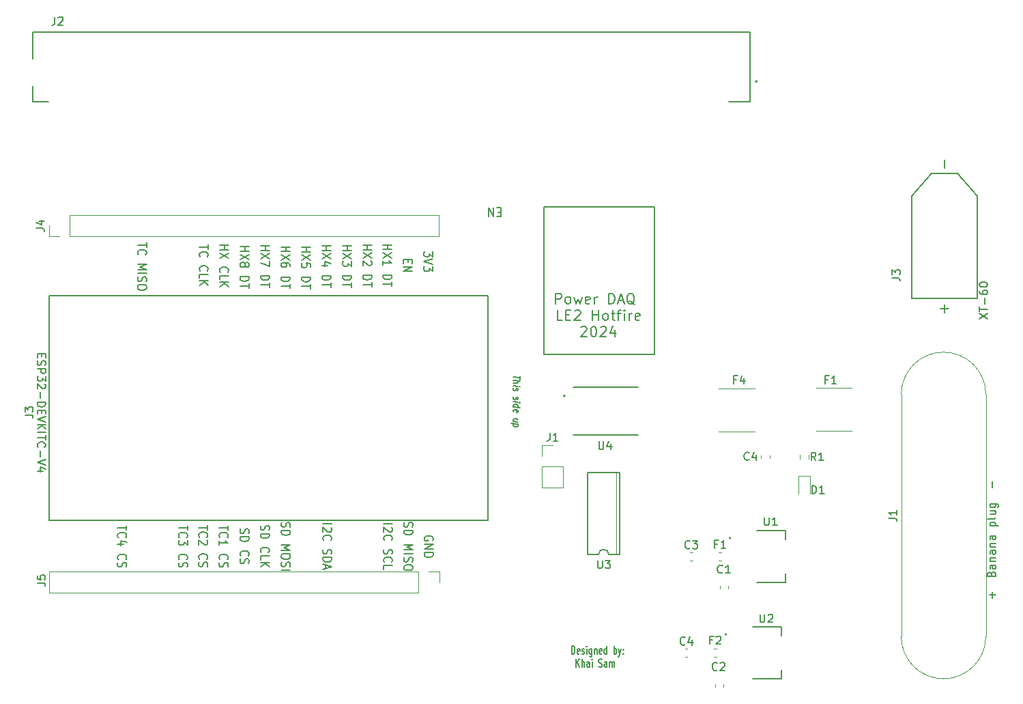
<source format=gbr>
%TF.GenerationSoftware,KiCad,Pcbnew,7.0.7*%
%TF.CreationDate,2024-02-19T11:00:26-08:00*%
%TF.ProjectId,Core-Board,436f7265-2d42-46f6-9172-642e6b696361,rev?*%
%TF.SameCoordinates,Original*%
%TF.FileFunction,Legend,Top*%
%TF.FilePolarity,Positive*%
%FSLAX46Y46*%
G04 Gerber Fmt 4.6, Leading zero omitted, Abs format (unit mm)*
G04 Created by KiCad (PCBNEW 7.0.7) date 2024-02-19 11:00:26*
%MOMM*%
%LPD*%
G01*
G04 APERTURE LIST*
%ADD10C,0.150000*%
%ADD11C,0.127000*%
%ADD12C,0.200000*%
%ADD13C,0.152400*%
%ADD14C,0.050800*%
%ADD15C,0.120000*%
G04 APERTURE END LIST*
D10*
X184353200Y-96062800D02*
X198069200Y-96062800D01*
X198069200Y-114350800D01*
X184353200Y-114350800D01*
X184353200Y-96062800D01*
X149231919Y-100903400D02*
X150331919Y-100903400D01*
X149808109Y-100903400D02*
X149808109Y-101474828D01*
X149231919Y-101474828D02*
X150331919Y-101474828D01*
X150331919Y-101855781D02*
X149231919Y-102522447D01*
X150331919Y-102522447D02*
X149231919Y-101855781D01*
X150331919Y-102808162D02*
X150331919Y-103474828D01*
X150331919Y-103474828D02*
X149231919Y-103046257D01*
X149231919Y-104617686D02*
X150331919Y-104617686D01*
X150331919Y-104617686D02*
X150331919Y-104855781D01*
X150331919Y-104855781D02*
X150279538Y-104998638D01*
X150279538Y-104998638D02*
X150174776Y-105093876D01*
X150174776Y-105093876D02*
X150070014Y-105141495D01*
X150070014Y-105141495D02*
X149860490Y-105189114D01*
X149860490Y-105189114D02*
X149703347Y-105189114D01*
X149703347Y-105189114D02*
X149493823Y-105141495D01*
X149493823Y-105141495D02*
X149389061Y-105093876D01*
X149389061Y-105093876D02*
X149284300Y-104998638D01*
X149284300Y-104998638D02*
X149231919Y-104855781D01*
X149231919Y-104855781D02*
X149231919Y-104617686D01*
X150331919Y-105474829D02*
X150331919Y-106046257D01*
X149231919Y-105760543D02*
X150331919Y-105760543D01*
X146718900Y-136007743D02*
X146666519Y-136150600D01*
X146666519Y-136150600D02*
X146666519Y-136388695D01*
X146666519Y-136388695D02*
X146718900Y-136483933D01*
X146718900Y-136483933D02*
X146771280Y-136531552D01*
X146771280Y-136531552D02*
X146876042Y-136579171D01*
X146876042Y-136579171D02*
X146980804Y-136579171D01*
X146980804Y-136579171D02*
X147085566Y-136531552D01*
X147085566Y-136531552D02*
X147137947Y-136483933D01*
X147137947Y-136483933D02*
X147190328Y-136388695D01*
X147190328Y-136388695D02*
X147242709Y-136198219D01*
X147242709Y-136198219D02*
X147295090Y-136102981D01*
X147295090Y-136102981D02*
X147347471Y-136055362D01*
X147347471Y-136055362D02*
X147452233Y-136007743D01*
X147452233Y-136007743D02*
X147556995Y-136007743D01*
X147556995Y-136007743D02*
X147661757Y-136055362D01*
X147661757Y-136055362D02*
X147714138Y-136102981D01*
X147714138Y-136102981D02*
X147766519Y-136198219D01*
X147766519Y-136198219D02*
X147766519Y-136436314D01*
X147766519Y-136436314D02*
X147714138Y-136579171D01*
X146666519Y-137007743D02*
X147766519Y-137007743D01*
X147766519Y-137007743D02*
X147766519Y-137245838D01*
X147766519Y-137245838D02*
X147714138Y-137388695D01*
X147714138Y-137388695D02*
X147609376Y-137483933D01*
X147609376Y-137483933D02*
X147504614Y-137531552D01*
X147504614Y-137531552D02*
X147295090Y-137579171D01*
X147295090Y-137579171D02*
X147137947Y-137579171D01*
X147137947Y-137579171D02*
X146928423Y-137531552D01*
X146928423Y-137531552D02*
X146823661Y-137483933D01*
X146823661Y-137483933D02*
X146718900Y-137388695D01*
X146718900Y-137388695D02*
X146666519Y-137245838D01*
X146666519Y-137245838D02*
X146666519Y-137007743D01*
X146771280Y-139341076D02*
X146718900Y-139293457D01*
X146718900Y-139293457D02*
X146666519Y-139150600D01*
X146666519Y-139150600D02*
X146666519Y-139055362D01*
X146666519Y-139055362D02*
X146718900Y-138912505D01*
X146718900Y-138912505D02*
X146823661Y-138817267D01*
X146823661Y-138817267D02*
X146928423Y-138769648D01*
X146928423Y-138769648D02*
X147137947Y-138722029D01*
X147137947Y-138722029D02*
X147295090Y-138722029D01*
X147295090Y-138722029D02*
X147504614Y-138769648D01*
X147504614Y-138769648D02*
X147609376Y-138817267D01*
X147609376Y-138817267D02*
X147714138Y-138912505D01*
X147714138Y-138912505D02*
X147766519Y-139055362D01*
X147766519Y-139055362D02*
X147766519Y-139150600D01*
X147766519Y-139150600D02*
X147714138Y-139293457D01*
X147714138Y-139293457D02*
X147661757Y-139341076D01*
X146718900Y-139722029D02*
X146666519Y-139864886D01*
X146666519Y-139864886D02*
X146666519Y-140102981D01*
X146666519Y-140102981D02*
X146718900Y-140198219D01*
X146718900Y-140198219D02*
X146771280Y-140245838D01*
X146771280Y-140245838D02*
X146876042Y-140293457D01*
X146876042Y-140293457D02*
X146980804Y-140293457D01*
X146980804Y-140293457D02*
X147085566Y-140245838D01*
X147085566Y-140245838D02*
X147137947Y-140198219D01*
X147137947Y-140198219D02*
X147190328Y-140102981D01*
X147190328Y-140102981D02*
X147242709Y-139912505D01*
X147242709Y-139912505D02*
X147295090Y-139817267D01*
X147295090Y-139817267D02*
X147347471Y-139769648D01*
X147347471Y-139769648D02*
X147452233Y-139722029D01*
X147452233Y-139722029D02*
X147556995Y-139722029D01*
X147556995Y-139722029D02*
X147661757Y-139769648D01*
X147661757Y-139769648D02*
X147714138Y-139817267D01*
X147714138Y-139817267D02*
X147766519Y-139912505D01*
X147766519Y-139912505D02*
X147766519Y-140150600D01*
X147766519Y-140150600D02*
X147714138Y-140293457D01*
X240002266Y-130886151D02*
X240002266Y-130124247D01*
X140121119Y-135607752D02*
X140121119Y-136179180D01*
X139021119Y-135893466D02*
X140121119Y-135893466D01*
X139125880Y-137083942D02*
X139073500Y-137036323D01*
X139073500Y-137036323D02*
X139021119Y-136893466D01*
X139021119Y-136893466D02*
X139021119Y-136798228D01*
X139021119Y-136798228D02*
X139073500Y-136655371D01*
X139073500Y-136655371D02*
X139178261Y-136560133D01*
X139178261Y-136560133D02*
X139283023Y-136512514D01*
X139283023Y-136512514D02*
X139492547Y-136464895D01*
X139492547Y-136464895D02*
X139649690Y-136464895D01*
X139649690Y-136464895D02*
X139859214Y-136512514D01*
X139859214Y-136512514D02*
X139963976Y-136560133D01*
X139963976Y-136560133D02*
X140068738Y-136655371D01*
X140068738Y-136655371D02*
X140121119Y-136798228D01*
X140121119Y-136798228D02*
X140121119Y-136893466D01*
X140121119Y-136893466D02*
X140068738Y-137036323D01*
X140068738Y-137036323D02*
X140016357Y-137083942D01*
X140121119Y-137417276D02*
X140121119Y-138036323D01*
X140121119Y-138036323D02*
X139702071Y-137702990D01*
X139702071Y-137702990D02*
X139702071Y-137845847D01*
X139702071Y-137845847D02*
X139649690Y-137941085D01*
X139649690Y-137941085D02*
X139597309Y-137988704D01*
X139597309Y-137988704D02*
X139492547Y-138036323D01*
X139492547Y-138036323D02*
X139230642Y-138036323D01*
X139230642Y-138036323D02*
X139125880Y-137988704D01*
X139125880Y-137988704D02*
X139073500Y-137941085D01*
X139073500Y-137941085D02*
X139021119Y-137845847D01*
X139021119Y-137845847D02*
X139021119Y-137560133D01*
X139021119Y-137560133D02*
X139073500Y-137464895D01*
X139073500Y-137464895D02*
X139125880Y-137417276D01*
X139125880Y-139798228D02*
X139073500Y-139750609D01*
X139073500Y-139750609D02*
X139021119Y-139607752D01*
X139021119Y-139607752D02*
X139021119Y-139512514D01*
X139021119Y-139512514D02*
X139073500Y-139369657D01*
X139073500Y-139369657D02*
X139178261Y-139274419D01*
X139178261Y-139274419D02*
X139283023Y-139226800D01*
X139283023Y-139226800D02*
X139492547Y-139179181D01*
X139492547Y-139179181D02*
X139649690Y-139179181D01*
X139649690Y-139179181D02*
X139859214Y-139226800D01*
X139859214Y-139226800D02*
X139963976Y-139274419D01*
X139963976Y-139274419D02*
X140068738Y-139369657D01*
X140068738Y-139369657D02*
X140121119Y-139512514D01*
X140121119Y-139512514D02*
X140121119Y-139607752D01*
X140121119Y-139607752D02*
X140068738Y-139750609D01*
X140068738Y-139750609D02*
X140016357Y-139798228D01*
X139073500Y-140179181D02*
X139021119Y-140322038D01*
X139021119Y-140322038D02*
X139021119Y-140560133D01*
X139021119Y-140560133D02*
X139073500Y-140655371D01*
X139073500Y-140655371D02*
X139125880Y-140702990D01*
X139125880Y-140702990D02*
X139230642Y-140750609D01*
X139230642Y-140750609D02*
X139335404Y-140750609D01*
X139335404Y-140750609D02*
X139440166Y-140702990D01*
X139440166Y-140702990D02*
X139492547Y-140655371D01*
X139492547Y-140655371D02*
X139544928Y-140560133D01*
X139544928Y-140560133D02*
X139597309Y-140369657D01*
X139597309Y-140369657D02*
X139649690Y-140274419D01*
X139649690Y-140274419D02*
X139702071Y-140226800D01*
X139702071Y-140226800D02*
X139806833Y-140179181D01*
X139806833Y-140179181D02*
X139911595Y-140179181D01*
X139911595Y-140179181D02*
X140016357Y-140226800D01*
X140016357Y-140226800D02*
X140068738Y-140274419D01*
X140068738Y-140274419D02*
X140121119Y-140369657D01*
X140121119Y-140369657D02*
X140121119Y-140607752D01*
X140121119Y-140607752D02*
X140068738Y-140750609D01*
X144126519Y-100855781D02*
X145226519Y-100855781D01*
X144702709Y-100855781D02*
X144702709Y-101427209D01*
X144126519Y-101427209D02*
X145226519Y-101427209D01*
X145226519Y-101808162D02*
X144126519Y-102474828D01*
X145226519Y-102474828D02*
X144126519Y-101808162D01*
X144231280Y-104189114D02*
X144178900Y-104141495D01*
X144178900Y-104141495D02*
X144126519Y-103998638D01*
X144126519Y-103998638D02*
X144126519Y-103903400D01*
X144126519Y-103903400D02*
X144178900Y-103760543D01*
X144178900Y-103760543D02*
X144283661Y-103665305D01*
X144283661Y-103665305D02*
X144388423Y-103617686D01*
X144388423Y-103617686D02*
X144597947Y-103570067D01*
X144597947Y-103570067D02*
X144755090Y-103570067D01*
X144755090Y-103570067D02*
X144964614Y-103617686D01*
X144964614Y-103617686D02*
X145069376Y-103665305D01*
X145069376Y-103665305D02*
X145174138Y-103760543D01*
X145174138Y-103760543D02*
X145226519Y-103903400D01*
X145226519Y-103903400D02*
X145226519Y-103998638D01*
X145226519Y-103998638D02*
X145174138Y-104141495D01*
X145174138Y-104141495D02*
X145121757Y-104189114D01*
X144126519Y-105093876D02*
X144126519Y-104617686D01*
X144126519Y-104617686D02*
X145226519Y-104617686D01*
X144126519Y-105427210D02*
X145226519Y-105427210D01*
X144126519Y-105998638D02*
X144755090Y-105570067D01*
X145226519Y-105998638D02*
X144597947Y-105427210D01*
X142711919Y-100781171D02*
X142711919Y-101352599D01*
X141611919Y-101066885D02*
X142711919Y-101066885D01*
X141716680Y-102257361D02*
X141664300Y-102209742D01*
X141664300Y-102209742D02*
X141611919Y-102066885D01*
X141611919Y-102066885D02*
X141611919Y-101971647D01*
X141611919Y-101971647D02*
X141664300Y-101828790D01*
X141664300Y-101828790D02*
X141769061Y-101733552D01*
X141769061Y-101733552D02*
X141873823Y-101685933D01*
X141873823Y-101685933D02*
X142083347Y-101638314D01*
X142083347Y-101638314D02*
X142240490Y-101638314D01*
X142240490Y-101638314D02*
X142450014Y-101685933D01*
X142450014Y-101685933D02*
X142554776Y-101733552D01*
X142554776Y-101733552D02*
X142659538Y-101828790D01*
X142659538Y-101828790D02*
X142711919Y-101971647D01*
X142711919Y-101971647D02*
X142711919Y-102066885D01*
X142711919Y-102066885D02*
X142659538Y-102209742D01*
X142659538Y-102209742D02*
X142607157Y-102257361D01*
X141716680Y-104019266D02*
X141664300Y-103971647D01*
X141664300Y-103971647D02*
X141611919Y-103828790D01*
X141611919Y-103828790D02*
X141611919Y-103733552D01*
X141611919Y-103733552D02*
X141664300Y-103590695D01*
X141664300Y-103590695D02*
X141769061Y-103495457D01*
X141769061Y-103495457D02*
X141873823Y-103447838D01*
X141873823Y-103447838D02*
X142083347Y-103400219D01*
X142083347Y-103400219D02*
X142240490Y-103400219D01*
X142240490Y-103400219D02*
X142450014Y-103447838D01*
X142450014Y-103447838D02*
X142554776Y-103495457D01*
X142554776Y-103495457D02*
X142659538Y-103590695D01*
X142659538Y-103590695D02*
X142711919Y-103733552D01*
X142711919Y-103733552D02*
X142711919Y-103828790D01*
X142711919Y-103828790D02*
X142659538Y-103971647D01*
X142659538Y-103971647D02*
X142607157Y-104019266D01*
X141611919Y-104924028D02*
X141611919Y-104447838D01*
X141611919Y-104447838D02*
X142711919Y-104447838D01*
X141611919Y-105257362D02*
X142711919Y-105257362D01*
X141611919Y-105828790D02*
X142240490Y-105400219D01*
X142711919Y-105828790D02*
X142083347Y-105257362D01*
X146666519Y-101030400D02*
X147766519Y-101030400D01*
X147242709Y-101030400D02*
X147242709Y-101601828D01*
X146666519Y-101601828D02*
X147766519Y-101601828D01*
X147766519Y-101982781D02*
X146666519Y-102649447D01*
X147766519Y-102649447D02*
X146666519Y-101982781D01*
X147295090Y-103173257D02*
X147347471Y-103078019D01*
X147347471Y-103078019D02*
X147399852Y-103030400D01*
X147399852Y-103030400D02*
X147504614Y-102982781D01*
X147504614Y-102982781D02*
X147556995Y-102982781D01*
X147556995Y-102982781D02*
X147661757Y-103030400D01*
X147661757Y-103030400D02*
X147714138Y-103078019D01*
X147714138Y-103078019D02*
X147766519Y-103173257D01*
X147766519Y-103173257D02*
X147766519Y-103363733D01*
X147766519Y-103363733D02*
X147714138Y-103458971D01*
X147714138Y-103458971D02*
X147661757Y-103506590D01*
X147661757Y-103506590D02*
X147556995Y-103554209D01*
X147556995Y-103554209D02*
X147504614Y-103554209D01*
X147504614Y-103554209D02*
X147399852Y-103506590D01*
X147399852Y-103506590D02*
X147347471Y-103458971D01*
X147347471Y-103458971D02*
X147295090Y-103363733D01*
X147295090Y-103363733D02*
X147295090Y-103173257D01*
X147295090Y-103173257D02*
X147242709Y-103078019D01*
X147242709Y-103078019D02*
X147190328Y-103030400D01*
X147190328Y-103030400D02*
X147085566Y-102982781D01*
X147085566Y-102982781D02*
X146876042Y-102982781D01*
X146876042Y-102982781D02*
X146771280Y-103030400D01*
X146771280Y-103030400D02*
X146718900Y-103078019D01*
X146718900Y-103078019D02*
X146666519Y-103173257D01*
X146666519Y-103173257D02*
X146666519Y-103363733D01*
X146666519Y-103363733D02*
X146718900Y-103458971D01*
X146718900Y-103458971D02*
X146771280Y-103506590D01*
X146771280Y-103506590D02*
X146876042Y-103554209D01*
X146876042Y-103554209D02*
X147085566Y-103554209D01*
X147085566Y-103554209D02*
X147190328Y-103506590D01*
X147190328Y-103506590D02*
X147242709Y-103458971D01*
X147242709Y-103458971D02*
X147295090Y-103363733D01*
X146666519Y-104744686D02*
X147766519Y-104744686D01*
X147766519Y-104744686D02*
X147766519Y-104982781D01*
X147766519Y-104982781D02*
X147714138Y-105125638D01*
X147714138Y-105125638D02*
X147609376Y-105220876D01*
X147609376Y-105220876D02*
X147504614Y-105268495D01*
X147504614Y-105268495D02*
X147295090Y-105316114D01*
X147295090Y-105316114D02*
X147137947Y-105316114D01*
X147137947Y-105316114D02*
X146928423Y-105268495D01*
X146928423Y-105268495D02*
X146823661Y-105220876D01*
X146823661Y-105220876D02*
X146718900Y-105125638D01*
X146718900Y-105125638D02*
X146666519Y-104982781D01*
X146666519Y-104982781D02*
X146666519Y-104744686D01*
X147766519Y-105601829D02*
X147766519Y-106173257D01*
X146666519Y-105887543D02*
X147766519Y-105887543D01*
X239859409Y-141604476D02*
X239907028Y-141461619D01*
X239907028Y-141461619D02*
X239954647Y-141414000D01*
X239954647Y-141414000D02*
X240049885Y-141366381D01*
X240049885Y-141366381D02*
X240192742Y-141366381D01*
X240192742Y-141366381D02*
X240287980Y-141414000D01*
X240287980Y-141414000D02*
X240335600Y-141461619D01*
X240335600Y-141461619D02*
X240383219Y-141556857D01*
X240383219Y-141556857D02*
X240383219Y-141937809D01*
X240383219Y-141937809D02*
X239383219Y-141937809D01*
X239383219Y-141937809D02*
X239383219Y-141604476D01*
X239383219Y-141604476D02*
X239430838Y-141509238D01*
X239430838Y-141509238D02*
X239478457Y-141461619D01*
X239478457Y-141461619D02*
X239573695Y-141414000D01*
X239573695Y-141414000D02*
X239668933Y-141414000D01*
X239668933Y-141414000D02*
X239764171Y-141461619D01*
X239764171Y-141461619D02*
X239811790Y-141509238D01*
X239811790Y-141509238D02*
X239859409Y-141604476D01*
X239859409Y-141604476D02*
X239859409Y-141937809D01*
X240383219Y-140509238D02*
X239859409Y-140509238D01*
X239859409Y-140509238D02*
X239764171Y-140556857D01*
X239764171Y-140556857D02*
X239716552Y-140652095D01*
X239716552Y-140652095D02*
X239716552Y-140842571D01*
X239716552Y-140842571D02*
X239764171Y-140937809D01*
X240335600Y-140509238D02*
X240383219Y-140604476D01*
X240383219Y-140604476D02*
X240383219Y-140842571D01*
X240383219Y-140842571D02*
X240335600Y-140937809D01*
X240335600Y-140937809D02*
X240240361Y-140985428D01*
X240240361Y-140985428D02*
X240145123Y-140985428D01*
X240145123Y-140985428D02*
X240049885Y-140937809D01*
X240049885Y-140937809D02*
X240002266Y-140842571D01*
X240002266Y-140842571D02*
X240002266Y-140604476D01*
X240002266Y-140604476D02*
X239954647Y-140509238D01*
X239716552Y-140033047D02*
X240383219Y-140033047D01*
X239811790Y-140033047D02*
X239764171Y-139985428D01*
X239764171Y-139985428D02*
X239716552Y-139890190D01*
X239716552Y-139890190D02*
X239716552Y-139747333D01*
X239716552Y-139747333D02*
X239764171Y-139652095D01*
X239764171Y-139652095D02*
X239859409Y-139604476D01*
X239859409Y-139604476D02*
X240383219Y-139604476D01*
X240383219Y-138699714D02*
X239859409Y-138699714D01*
X239859409Y-138699714D02*
X239764171Y-138747333D01*
X239764171Y-138747333D02*
X239716552Y-138842571D01*
X239716552Y-138842571D02*
X239716552Y-139033047D01*
X239716552Y-139033047D02*
X239764171Y-139128285D01*
X240335600Y-138699714D02*
X240383219Y-138794952D01*
X240383219Y-138794952D02*
X240383219Y-139033047D01*
X240383219Y-139033047D02*
X240335600Y-139128285D01*
X240335600Y-139128285D02*
X240240361Y-139175904D01*
X240240361Y-139175904D02*
X240145123Y-139175904D01*
X240145123Y-139175904D02*
X240049885Y-139128285D01*
X240049885Y-139128285D02*
X240002266Y-139033047D01*
X240002266Y-139033047D02*
X240002266Y-138794952D01*
X240002266Y-138794952D02*
X239954647Y-138699714D01*
X239716552Y-138223523D02*
X240383219Y-138223523D01*
X239811790Y-138223523D02*
X239764171Y-138175904D01*
X239764171Y-138175904D02*
X239716552Y-138080666D01*
X239716552Y-138080666D02*
X239716552Y-137937809D01*
X239716552Y-137937809D02*
X239764171Y-137842571D01*
X239764171Y-137842571D02*
X239859409Y-137794952D01*
X239859409Y-137794952D02*
X240383219Y-137794952D01*
X240383219Y-136890190D02*
X239859409Y-136890190D01*
X239859409Y-136890190D02*
X239764171Y-136937809D01*
X239764171Y-136937809D02*
X239716552Y-137033047D01*
X239716552Y-137033047D02*
X239716552Y-137223523D01*
X239716552Y-137223523D02*
X239764171Y-137318761D01*
X240335600Y-136890190D02*
X240383219Y-136985428D01*
X240383219Y-136985428D02*
X240383219Y-137223523D01*
X240383219Y-137223523D02*
X240335600Y-137318761D01*
X240335600Y-137318761D02*
X240240361Y-137366380D01*
X240240361Y-137366380D02*
X240145123Y-137366380D01*
X240145123Y-137366380D02*
X240049885Y-137318761D01*
X240049885Y-137318761D02*
X240002266Y-137223523D01*
X240002266Y-137223523D02*
X240002266Y-136985428D01*
X240002266Y-136985428D02*
X239954647Y-136890190D01*
X239716552Y-135652094D02*
X240716552Y-135652094D01*
X239764171Y-135652094D02*
X239716552Y-135556856D01*
X239716552Y-135556856D02*
X239716552Y-135366380D01*
X239716552Y-135366380D02*
X239764171Y-135271142D01*
X239764171Y-135271142D02*
X239811790Y-135223523D01*
X239811790Y-135223523D02*
X239907028Y-135175904D01*
X239907028Y-135175904D02*
X240192742Y-135175904D01*
X240192742Y-135175904D02*
X240287980Y-135223523D01*
X240287980Y-135223523D02*
X240335600Y-135271142D01*
X240335600Y-135271142D02*
X240383219Y-135366380D01*
X240383219Y-135366380D02*
X240383219Y-135556856D01*
X240383219Y-135556856D02*
X240335600Y-135652094D01*
X240383219Y-134604475D02*
X240335600Y-134699713D01*
X240335600Y-134699713D02*
X240240361Y-134747332D01*
X240240361Y-134747332D02*
X239383219Y-134747332D01*
X239716552Y-133794951D02*
X240383219Y-133794951D01*
X239716552Y-134223522D02*
X240240361Y-134223522D01*
X240240361Y-134223522D02*
X240335600Y-134175903D01*
X240335600Y-134175903D02*
X240383219Y-134080665D01*
X240383219Y-134080665D02*
X240383219Y-133937808D01*
X240383219Y-133937808D02*
X240335600Y-133842570D01*
X240335600Y-133842570D02*
X240287980Y-133794951D01*
X239716552Y-132890189D02*
X240526076Y-132890189D01*
X240526076Y-132890189D02*
X240621314Y-132937808D01*
X240621314Y-132937808D02*
X240668933Y-132985427D01*
X240668933Y-132985427D02*
X240716552Y-133080665D01*
X240716552Y-133080665D02*
X240716552Y-133223522D01*
X240716552Y-133223522D02*
X240668933Y-133318760D01*
X240335600Y-132890189D02*
X240383219Y-132985427D01*
X240383219Y-132985427D02*
X240383219Y-133175903D01*
X240383219Y-133175903D02*
X240335600Y-133271141D01*
X240335600Y-133271141D02*
X240287980Y-133318760D01*
X240287980Y-133318760D02*
X240192742Y-133366379D01*
X240192742Y-133366379D02*
X239907028Y-133366379D01*
X239907028Y-133366379D02*
X239811790Y-133318760D01*
X239811790Y-133318760D02*
X239764171Y-133271141D01*
X239764171Y-133271141D02*
X239716552Y-133175903D01*
X239716552Y-133175903D02*
X239716552Y-132985427D01*
X239716552Y-132985427D02*
X239764171Y-132890189D01*
X149233500Y-135604571D02*
X149181119Y-135747428D01*
X149181119Y-135747428D02*
X149181119Y-135985523D01*
X149181119Y-135985523D02*
X149233500Y-136080761D01*
X149233500Y-136080761D02*
X149285880Y-136128380D01*
X149285880Y-136128380D02*
X149390642Y-136175999D01*
X149390642Y-136175999D02*
X149495404Y-136175999D01*
X149495404Y-136175999D02*
X149600166Y-136128380D01*
X149600166Y-136128380D02*
X149652547Y-136080761D01*
X149652547Y-136080761D02*
X149704928Y-135985523D01*
X149704928Y-135985523D02*
X149757309Y-135795047D01*
X149757309Y-135795047D02*
X149809690Y-135699809D01*
X149809690Y-135699809D02*
X149862071Y-135652190D01*
X149862071Y-135652190D02*
X149966833Y-135604571D01*
X149966833Y-135604571D02*
X150071595Y-135604571D01*
X150071595Y-135604571D02*
X150176357Y-135652190D01*
X150176357Y-135652190D02*
X150228738Y-135699809D01*
X150228738Y-135699809D02*
X150281119Y-135795047D01*
X150281119Y-135795047D02*
X150281119Y-136033142D01*
X150281119Y-136033142D02*
X150228738Y-136175999D01*
X149181119Y-136604571D02*
X150281119Y-136604571D01*
X150281119Y-136604571D02*
X150281119Y-136842666D01*
X150281119Y-136842666D02*
X150228738Y-136985523D01*
X150228738Y-136985523D02*
X150123976Y-137080761D01*
X150123976Y-137080761D02*
X150019214Y-137128380D01*
X150019214Y-137128380D02*
X149809690Y-137175999D01*
X149809690Y-137175999D02*
X149652547Y-137175999D01*
X149652547Y-137175999D02*
X149443023Y-137128380D01*
X149443023Y-137128380D02*
X149338261Y-137080761D01*
X149338261Y-137080761D02*
X149233500Y-136985523D01*
X149233500Y-136985523D02*
X149181119Y-136842666D01*
X149181119Y-136842666D02*
X149181119Y-136604571D01*
X149285880Y-138937904D02*
X149233500Y-138890285D01*
X149233500Y-138890285D02*
X149181119Y-138747428D01*
X149181119Y-138747428D02*
X149181119Y-138652190D01*
X149181119Y-138652190D02*
X149233500Y-138509333D01*
X149233500Y-138509333D02*
X149338261Y-138414095D01*
X149338261Y-138414095D02*
X149443023Y-138366476D01*
X149443023Y-138366476D02*
X149652547Y-138318857D01*
X149652547Y-138318857D02*
X149809690Y-138318857D01*
X149809690Y-138318857D02*
X150019214Y-138366476D01*
X150019214Y-138366476D02*
X150123976Y-138414095D01*
X150123976Y-138414095D02*
X150228738Y-138509333D01*
X150228738Y-138509333D02*
X150281119Y-138652190D01*
X150281119Y-138652190D02*
X150281119Y-138747428D01*
X150281119Y-138747428D02*
X150228738Y-138890285D01*
X150228738Y-138890285D02*
X150176357Y-138937904D01*
X149181119Y-139842666D02*
X149181119Y-139366476D01*
X149181119Y-139366476D02*
X150281119Y-139366476D01*
X149181119Y-140176000D02*
X150281119Y-140176000D01*
X149181119Y-140747428D02*
X149809690Y-140318857D01*
X150281119Y-140747428D02*
X149652547Y-140176000D01*
X156801119Y-100903400D02*
X157901119Y-100903400D01*
X157377309Y-100903400D02*
X157377309Y-101474828D01*
X156801119Y-101474828D02*
X157901119Y-101474828D01*
X157901119Y-101855781D02*
X156801119Y-102522447D01*
X157901119Y-102522447D02*
X156801119Y-101855781D01*
X157534452Y-103331971D02*
X156801119Y-103331971D01*
X157953500Y-103093876D02*
X157167785Y-102855781D01*
X157167785Y-102855781D02*
X157167785Y-103474828D01*
X156801119Y-104617686D02*
X157901119Y-104617686D01*
X157901119Y-104617686D02*
X157901119Y-104855781D01*
X157901119Y-104855781D02*
X157848738Y-104998638D01*
X157848738Y-104998638D02*
X157743976Y-105093876D01*
X157743976Y-105093876D02*
X157639214Y-105141495D01*
X157639214Y-105141495D02*
X157429690Y-105189114D01*
X157429690Y-105189114D02*
X157272547Y-105189114D01*
X157272547Y-105189114D02*
X157063023Y-105141495D01*
X157063023Y-105141495D02*
X156958261Y-105093876D01*
X156958261Y-105093876D02*
X156853500Y-104998638D01*
X156853500Y-104998638D02*
X156801119Y-104855781D01*
X156801119Y-104855781D02*
X156801119Y-104617686D01*
X157901119Y-105474829D02*
X157901119Y-106046257D01*
X156801119Y-105760543D02*
X157901119Y-105760543D01*
X167486509Y-102614505D02*
X167486509Y-102947838D01*
X166910319Y-103090695D02*
X166910319Y-102614505D01*
X166910319Y-102614505D02*
X168010319Y-102614505D01*
X168010319Y-102614505D02*
X168010319Y-103090695D01*
X166910319Y-103519267D02*
X168010319Y-103519267D01*
X168010319Y-103519267D02*
X166910319Y-104090695D01*
X166910319Y-104090695D02*
X168010319Y-104090695D01*
X156928119Y-135414095D02*
X158028119Y-135414095D01*
X157923357Y-135842666D02*
X157975738Y-135890285D01*
X157975738Y-135890285D02*
X158028119Y-135985523D01*
X158028119Y-135985523D02*
X158028119Y-136223618D01*
X158028119Y-136223618D02*
X157975738Y-136318856D01*
X157975738Y-136318856D02*
X157923357Y-136366475D01*
X157923357Y-136366475D02*
X157818595Y-136414094D01*
X157818595Y-136414094D02*
X157713833Y-136414094D01*
X157713833Y-136414094D02*
X157556690Y-136366475D01*
X157556690Y-136366475D02*
X156928119Y-135795047D01*
X156928119Y-135795047D02*
X156928119Y-136414094D01*
X157032880Y-137414094D02*
X156980500Y-137366475D01*
X156980500Y-137366475D02*
X156928119Y-137223618D01*
X156928119Y-137223618D02*
X156928119Y-137128380D01*
X156928119Y-137128380D02*
X156980500Y-136985523D01*
X156980500Y-136985523D02*
X157085261Y-136890285D01*
X157085261Y-136890285D02*
X157190023Y-136842666D01*
X157190023Y-136842666D02*
X157399547Y-136795047D01*
X157399547Y-136795047D02*
X157556690Y-136795047D01*
X157556690Y-136795047D02*
X157766214Y-136842666D01*
X157766214Y-136842666D02*
X157870976Y-136890285D01*
X157870976Y-136890285D02*
X157975738Y-136985523D01*
X157975738Y-136985523D02*
X158028119Y-137128380D01*
X158028119Y-137128380D02*
X158028119Y-137223618D01*
X158028119Y-137223618D02*
X157975738Y-137366475D01*
X157975738Y-137366475D02*
X157923357Y-137414094D01*
X156980500Y-138556952D02*
X156928119Y-138699809D01*
X156928119Y-138699809D02*
X156928119Y-138937904D01*
X156928119Y-138937904D02*
X156980500Y-139033142D01*
X156980500Y-139033142D02*
X157032880Y-139080761D01*
X157032880Y-139080761D02*
X157137642Y-139128380D01*
X157137642Y-139128380D02*
X157242404Y-139128380D01*
X157242404Y-139128380D02*
X157347166Y-139080761D01*
X157347166Y-139080761D02*
X157399547Y-139033142D01*
X157399547Y-139033142D02*
X157451928Y-138937904D01*
X157451928Y-138937904D02*
X157504309Y-138747428D01*
X157504309Y-138747428D02*
X157556690Y-138652190D01*
X157556690Y-138652190D02*
X157609071Y-138604571D01*
X157609071Y-138604571D02*
X157713833Y-138556952D01*
X157713833Y-138556952D02*
X157818595Y-138556952D01*
X157818595Y-138556952D02*
X157923357Y-138604571D01*
X157923357Y-138604571D02*
X157975738Y-138652190D01*
X157975738Y-138652190D02*
X158028119Y-138747428D01*
X158028119Y-138747428D02*
X158028119Y-138985523D01*
X158028119Y-138985523D02*
X157975738Y-139128380D01*
X156928119Y-139556952D02*
X158028119Y-139556952D01*
X158028119Y-139556952D02*
X158028119Y-139795047D01*
X158028119Y-139795047D02*
X157975738Y-139937904D01*
X157975738Y-139937904D02*
X157870976Y-140033142D01*
X157870976Y-140033142D02*
X157766214Y-140080761D01*
X157766214Y-140080761D02*
X157556690Y-140128380D01*
X157556690Y-140128380D02*
X157399547Y-140128380D01*
X157399547Y-140128380D02*
X157190023Y-140080761D01*
X157190023Y-140080761D02*
X157085261Y-140033142D01*
X157085261Y-140033142D02*
X156980500Y-139937904D01*
X156980500Y-139937904D02*
X156928119Y-139795047D01*
X156928119Y-139795047D02*
X156928119Y-139556952D01*
X157242404Y-140509333D02*
X157242404Y-140985523D01*
X156928119Y-140414095D02*
X158028119Y-140747428D01*
X158028119Y-140747428D02*
X156928119Y-141080761D01*
X240002266Y-144602151D02*
X240002266Y-143840247D01*
X240383219Y-144221199D02*
X239621314Y-144221199D01*
X151849700Y-135225210D02*
X151797319Y-135368067D01*
X151797319Y-135368067D02*
X151797319Y-135606162D01*
X151797319Y-135606162D02*
X151849700Y-135701400D01*
X151849700Y-135701400D02*
X151902080Y-135749019D01*
X151902080Y-135749019D02*
X152006842Y-135796638D01*
X152006842Y-135796638D02*
X152111604Y-135796638D01*
X152111604Y-135796638D02*
X152216366Y-135749019D01*
X152216366Y-135749019D02*
X152268747Y-135701400D01*
X152268747Y-135701400D02*
X152321128Y-135606162D01*
X152321128Y-135606162D02*
X152373509Y-135415686D01*
X152373509Y-135415686D02*
X152425890Y-135320448D01*
X152425890Y-135320448D02*
X152478271Y-135272829D01*
X152478271Y-135272829D02*
X152583033Y-135225210D01*
X152583033Y-135225210D02*
X152687795Y-135225210D01*
X152687795Y-135225210D02*
X152792557Y-135272829D01*
X152792557Y-135272829D02*
X152844938Y-135320448D01*
X152844938Y-135320448D02*
X152897319Y-135415686D01*
X152897319Y-135415686D02*
X152897319Y-135653781D01*
X152897319Y-135653781D02*
X152844938Y-135796638D01*
X151797319Y-136225210D02*
X152897319Y-136225210D01*
X152897319Y-136225210D02*
X152897319Y-136463305D01*
X152897319Y-136463305D02*
X152844938Y-136606162D01*
X152844938Y-136606162D02*
X152740176Y-136701400D01*
X152740176Y-136701400D02*
X152635414Y-136749019D01*
X152635414Y-136749019D02*
X152425890Y-136796638D01*
X152425890Y-136796638D02*
X152268747Y-136796638D01*
X152268747Y-136796638D02*
X152059223Y-136749019D01*
X152059223Y-136749019D02*
X151954461Y-136701400D01*
X151954461Y-136701400D02*
X151849700Y-136606162D01*
X151849700Y-136606162D02*
X151797319Y-136463305D01*
X151797319Y-136463305D02*
X151797319Y-136225210D01*
X151797319Y-137987115D02*
X152897319Y-137987115D01*
X152897319Y-137987115D02*
X152111604Y-138320448D01*
X152111604Y-138320448D02*
X152897319Y-138653781D01*
X152897319Y-138653781D02*
X151797319Y-138653781D01*
X152897319Y-139320448D02*
X152897319Y-139510924D01*
X152897319Y-139510924D02*
X152844938Y-139606162D01*
X152844938Y-139606162D02*
X152740176Y-139701400D01*
X152740176Y-139701400D02*
X152530652Y-139749019D01*
X152530652Y-139749019D02*
X152163985Y-139749019D01*
X152163985Y-139749019D02*
X151954461Y-139701400D01*
X151954461Y-139701400D02*
X151849700Y-139606162D01*
X151849700Y-139606162D02*
X151797319Y-139510924D01*
X151797319Y-139510924D02*
X151797319Y-139320448D01*
X151797319Y-139320448D02*
X151849700Y-139225210D01*
X151849700Y-139225210D02*
X151954461Y-139129972D01*
X151954461Y-139129972D02*
X152163985Y-139082353D01*
X152163985Y-139082353D02*
X152530652Y-139082353D01*
X152530652Y-139082353D02*
X152740176Y-139129972D01*
X152740176Y-139129972D02*
X152844938Y-139225210D01*
X152844938Y-139225210D02*
X152897319Y-139320448D01*
X151849700Y-140129972D02*
X151797319Y-140272829D01*
X151797319Y-140272829D02*
X151797319Y-140510924D01*
X151797319Y-140510924D02*
X151849700Y-140606162D01*
X151849700Y-140606162D02*
X151902080Y-140653781D01*
X151902080Y-140653781D02*
X152006842Y-140701400D01*
X152006842Y-140701400D02*
X152111604Y-140701400D01*
X152111604Y-140701400D02*
X152216366Y-140653781D01*
X152216366Y-140653781D02*
X152268747Y-140606162D01*
X152268747Y-140606162D02*
X152321128Y-140510924D01*
X152321128Y-140510924D02*
X152373509Y-140320448D01*
X152373509Y-140320448D02*
X152425890Y-140225210D01*
X152425890Y-140225210D02*
X152478271Y-140177591D01*
X152478271Y-140177591D02*
X152583033Y-140129972D01*
X152583033Y-140129972D02*
X152687795Y-140129972D01*
X152687795Y-140129972D02*
X152792557Y-140177591D01*
X152792557Y-140177591D02*
X152844938Y-140225210D01*
X152844938Y-140225210D02*
X152897319Y-140320448D01*
X152897319Y-140320448D02*
X152897319Y-140558543D01*
X152897319Y-140558543D02*
X152844938Y-140701400D01*
X151797319Y-141129972D02*
X152897319Y-141129972D01*
X135041119Y-100528810D02*
X135041119Y-101100238D01*
X133941119Y-100814524D02*
X135041119Y-100814524D01*
X134045880Y-102005000D02*
X133993500Y-101957381D01*
X133993500Y-101957381D02*
X133941119Y-101814524D01*
X133941119Y-101814524D02*
X133941119Y-101719286D01*
X133941119Y-101719286D02*
X133993500Y-101576429D01*
X133993500Y-101576429D02*
X134098261Y-101481191D01*
X134098261Y-101481191D02*
X134203023Y-101433572D01*
X134203023Y-101433572D02*
X134412547Y-101385953D01*
X134412547Y-101385953D02*
X134569690Y-101385953D01*
X134569690Y-101385953D02*
X134779214Y-101433572D01*
X134779214Y-101433572D02*
X134883976Y-101481191D01*
X134883976Y-101481191D02*
X134988738Y-101576429D01*
X134988738Y-101576429D02*
X135041119Y-101719286D01*
X135041119Y-101719286D02*
X135041119Y-101814524D01*
X135041119Y-101814524D02*
X134988738Y-101957381D01*
X134988738Y-101957381D02*
X134936357Y-102005000D01*
X133941119Y-103195477D02*
X135041119Y-103195477D01*
X135041119Y-103195477D02*
X134255404Y-103528810D01*
X134255404Y-103528810D02*
X135041119Y-103862143D01*
X135041119Y-103862143D02*
X133941119Y-103862143D01*
X133941119Y-104338334D02*
X135041119Y-104338334D01*
X133993500Y-104766905D02*
X133941119Y-104909762D01*
X133941119Y-104909762D02*
X133941119Y-105147857D01*
X133941119Y-105147857D02*
X133993500Y-105243095D01*
X133993500Y-105243095D02*
X134045880Y-105290714D01*
X134045880Y-105290714D02*
X134150642Y-105338333D01*
X134150642Y-105338333D02*
X134255404Y-105338333D01*
X134255404Y-105338333D02*
X134360166Y-105290714D01*
X134360166Y-105290714D02*
X134412547Y-105243095D01*
X134412547Y-105243095D02*
X134464928Y-105147857D01*
X134464928Y-105147857D02*
X134517309Y-104957381D01*
X134517309Y-104957381D02*
X134569690Y-104862143D01*
X134569690Y-104862143D02*
X134622071Y-104814524D01*
X134622071Y-104814524D02*
X134726833Y-104766905D01*
X134726833Y-104766905D02*
X134831595Y-104766905D01*
X134831595Y-104766905D02*
X134936357Y-104814524D01*
X134936357Y-104814524D02*
X134988738Y-104862143D01*
X134988738Y-104862143D02*
X135041119Y-104957381D01*
X135041119Y-104957381D02*
X135041119Y-105195476D01*
X135041119Y-105195476D02*
X134988738Y-105338333D01*
X135041119Y-105957381D02*
X135041119Y-106147857D01*
X135041119Y-106147857D02*
X134988738Y-106243095D01*
X134988738Y-106243095D02*
X134883976Y-106338333D01*
X134883976Y-106338333D02*
X134674452Y-106385952D01*
X134674452Y-106385952D02*
X134307785Y-106385952D01*
X134307785Y-106385952D02*
X134098261Y-106338333D01*
X134098261Y-106338333D02*
X133993500Y-106243095D01*
X133993500Y-106243095D02*
X133941119Y-106147857D01*
X133941119Y-106147857D02*
X133941119Y-105957381D01*
X133941119Y-105957381D02*
X133993500Y-105862143D01*
X133993500Y-105862143D02*
X134098261Y-105766905D01*
X134098261Y-105766905D02*
X134307785Y-105719286D01*
X134307785Y-105719286D02*
X134674452Y-105719286D01*
X134674452Y-105719286D02*
X134883976Y-105766905D01*
X134883976Y-105766905D02*
X134988738Y-105862143D01*
X134988738Y-105862143D02*
X135041119Y-105957381D01*
X178995294Y-96772909D02*
X178661961Y-96772909D01*
X178519104Y-96196719D02*
X178995294Y-96196719D01*
X178995294Y-96196719D02*
X178995294Y-97296719D01*
X178995294Y-97296719D02*
X178519104Y-97296719D01*
X178090532Y-96196719D02*
X178090532Y-97296719D01*
X178090532Y-97296719D02*
X177519104Y-96196719D01*
X177519104Y-96196719D02*
X177519104Y-97296719D01*
X145175719Y-135607752D02*
X145175719Y-136179180D01*
X144075719Y-135893466D02*
X145175719Y-135893466D01*
X144180480Y-137083942D02*
X144128100Y-137036323D01*
X144128100Y-137036323D02*
X144075719Y-136893466D01*
X144075719Y-136893466D02*
X144075719Y-136798228D01*
X144075719Y-136798228D02*
X144128100Y-136655371D01*
X144128100Y-136655371D02*
X144232861Y-136560133D01*
X144232861Y-136560133D02*
X144337623Y-136512514D01*
X144337623Y-136512514D02*
X144547147Y-136464895D01*
X144547147Y-136464895D02*
X144704290Y-136464895D01*
X144704290Y-136464895D02*
X144913814Y-136512514D01*
X144913814Y-136512514D02*
X145018576Y-136560133D01*
X145018576Y-136560133D02*
X145123338Y-136655371D01*
X145123338Y-136655371D02*
X145175719Y-136798228D01*
X145175719Y-136798228D02*
X145175719Y-136893466D01*
X145175719Y-136893466D02*
X145123338Y-137036323D01*
X145123338Y-137036323D02*
X145070957Y-137083942D01*
X144075719Y-138036323D02*
X144075719Y-137464895D01*
X144075719Y-137750609D02*
X145175719Y-137750609D01*
X145175719Y-137750609D02*
X145018576Y-137655371D01*
X145018576Y-137655371D02*
X144913814Y-137560133D01*
X144913814Y-137560133D02*
X144861433Y-137464895D01*
X144180480Y-139798228D02*
X144128100Y-139750609D01*
X144128100Y-139750609D02*
X144075719Y-139607752D01*
X144075719Y-139607752D02*
X144075719Y-139512514D01*
X144075719Y-139512514D02*
X144128100Y-139369657D01*
X144128100Y-139369657D02*
X144232861Y-139274419D01*
X144232861Y-139274419D02*
X144337623Y-139226800D01*
X144337623Y-139226800D02*
X144547147Y-139179181D01*
X144547147Y-139179181D02*
X144704290Y-139179181D01*
X144704290Y-139179181D02*
X144913814Y-139226800D01*
X144913814Y-139226800D02*
X145018576Y-139274419D01*
X145018576Y-139274419D02*
X145123338Y-139369657D01*
X145123338Y-139369657D02*
X145175719Y-139512514D01*
X145175719Y-139512514D02*
X145175719Y-139607752D01*
X145175719Y-139607752D02*
X145123338Y-139750609D01*
X145123338Y-139750609D02*
X145070957Y-139798228D01*
X144128100Y-140179181D02*
X144075719Y-140322038D01*
X144075719Y-140322038D02*
X144075719Y-140560133D01*
X144075719Y-140560133D02*
X144128100Y-140655371D01*
X144128100Y-140655371D02*
X144180480Y-140702990D01*
X144180480Y-140702990D02*
X144285242Y-140750609D01*
X144285242Y-140750609D02*
X144390004Y-140750609D01*
X144390004Y-140750609D02*
X144494766Y-140702990D01*
X144494766Y-140702990D02*
X144547147Y-140655371D01*
X144547147Y-140655371D02*
X144599528Y-140560133D01*
X144599528Y-140560133D02*
X144651909Y-140369657D01*
X144651909Y-140369657D02*
X144704290Y-140274419D01*
X144704290Y-140274419D02*
X144756671Y-140226800D01*
X144756671Y-140226800D02*
X144861433Y-140179181D01*
X144861433Y-140179181D02*
X144966195Y-140179181D01*
X144966195Y-140179181D02*
X145070957Y-140226800D01*
X145070957Y-140226800D02*
X145123338Y-140274419D01*
X145123338Y-140274419D02*
X145175719Y-140369657D01*
X145175719Y-140369657D02*
X145175719Y-140607752D01*
X145175719Y-140607752D02*
X145123338Y-140750609D01*
X167038900Y-135199810D02*
X166986519Y-135342667D01*
X166986519Y-135342667D02*
X166986519Y-135580762D01*
X166986519Y-135580762D02*
X167038900Y-135676000D01*
X167038900Y-135676000D02*
X167091280Y-135723619D01*
X167091280Y-135723619D02*
X167196042Y-135771238D01*
X167196042Y-135771238D02*
X167300804Y-135771238D01*
X167300804Y-135771238D02*
X167405566Y-135723619D01*
X167405566Y-135723619D02*
X167457947Y-135676000D01*
X167457947Y-135676000D02*
X167510328Y-135580762D01*
X167510328Y-135580762D02*
X167562709Y-135390286D01*
X167562709Y-135390286D02*
X167615090Y-135295048D01*
X167615090Y-135295048D02*
X167667471Y-135247429D01*
X167667471Y-135247429D02*
X167772233Y-135199810D01*
X167772233Y-135199810D02*
X167876995Y-135199810D01*
X167876995Y-135199810D02*
X167981757Y-135247429D01*
X167981757Y-135247429D02*
X168034138Y-135295048D01*
X168034138Y-135295048D02*
X168086519Y-135390286D01*
X168086519Y-135390286D02*
X168086519Y-135628381D01*
X168086519Y-135628381D02*
X168034138Y-135771238D01*
X166986519Y-136199810D02*
X168086519Y-136199810D01*
X168086519Y-136199810D02*
X168086519Y-136437905D01*
X168086519Y-136437905D02*
X168034138Y-136580762D01*
X168034138Y-136580762D02*
X167929376Y-136676000D01*
X167929376Y-136676000D02*
X167824614Y-136723619D01*
X167824614Y-136723619D02*
X167615090Y-136771238D01*
X167615090Y-136771238D02*
X167457947Y-136771238D01*
X167457947Y-136771238D02*
X167248423Y-136723619D01*
X167248423Y-136723619D02*
X167143661Y-136676000D01*
X167143661Y-136676000D02*
X167038900Y-136580762D01*
X167038900Y-136580762D02*
X166986519Y-136437905D01*
X166986519Y-136437905D02*
X166986519Y-136199810D01*
X166986519Y-137961715D02*
X168086519Y-137961715D01*
X168086519Y-137961715D02*
X167300804Y-138295048D01*
X167300804Y-138295048D02*
X168086519Y-138628381D01*
X168086519Y-138628381D02*
X166986519Y-138628381D01*
X166986519Y-139104572D02*
X168086519Y-139104572D01*
X167038900Y-139533143D02*
X166986519Y-139676000D01*
X166986519Y-139676000D02*
X166986519Y-139914095D01*
X166986519Y-139914095D02*
X167038900Y-140009333D01*
X167038900Y-140009333D02*
X167091280Y-140056952D01*
X167091280Y-140056952D02*
X167196042Y-140104571D01*
X167196042Y-140104571D02*
X167300804Y-140104571D01*
X167300804Y-140104571D02*
X167405566Y-140056952D01*
X167405566Y-140056952D02*
X167457947Y-140009333D01*
X167457947Y-140009333D02*
X167510328Y-139914095D01*
X167510328Y-139914095D02*
X167562709Y-139723619D01*
X167562709Y-139723619D02*
X167615090Y-139628381D01*
X167615090Y-139628381D02*
X167667471Y-139580762D01*
X167667471Y-139580762D02*
X167772233Y-139533143D01*
X167772233Y-139533143D02*
X167876995Y-139533143D01*
X167876995Y-139533143D02*
X167981757Y-139580762D01*
X167981757Y-139580762D02*
X168034138Y-139628381D01*
X168034138Y-139628381D02*
X168086519Y-139723619D01*
X168086519Y-139723619D02*
X168086519Y-139961714D01*
X168086519Y-139961714D02*
X168034138Y-140104571D01*
X168086519Y-140723619D02*
X168086519Y-140914095D01*
X168086519Y-140914095D02*
X168034138Y-141009333D01*
X168034138Y-141009333D02*
X167929376Y-141104571D01*
X167929376Y-141104571D02*
X167719852Y-141152190D01*
X167719852Y-141152190D02*
X167353185Y-141152190D01*
X167353185Y-141152190D02*
X167143661Y-141104571D01*
X167143661Y-141104571D02*
X167038900Y-141009333D01*
X167038900Y-141009333D02*
X166986519Y-140914095D01*
X166986519Y-140914095D02*
X166986519Y-140723619D01*
X166986519Y-140723619D02*
X167038900Y-140628381D01*
X167038900Y-140628381D02*
X167143661Y-140533143D01*
X167143661Y-140533143D02*
X167353185Y-140485524D01*
X167353185Y-140485524D02*
X167719852Y-140485524D01*
X167719852Y-140485524D02*
X167929376Y-140533143D01*
X167929376Y-140533143D02*
X168034138Y-140628381D01*
X168034138Y-140628381D02*
X168086519Y-140723619D01*
X122039790Y-114304086D02*
X122039790Y-114637419D01*
X121515980Y-114780276D02*
X121515980Y-114304086D01*
X121515980Y-114304086D02*
X122515980Y-114304086D01*
X122515980Y-114304086D02*
X122515980Y-114780276D01*
X121563600Y-115161229D02*
X121515980Y-115304086D01*
X121515980Y-115304086D02*
X121515980Y-115542181D01*
X121515980Y-115542181D02*
X121563600Y-115637419D01*
X121563600Y-115637419D02*
X121611219Y-115685038D01*
X121611219Y-115685038D02*
X121706457Y-115732657D01*
X121706457Y-115732657D02*
X121801695Y-115732657D01*
X121801695Y-115732657D02*
X121896933Y-115685038D01*
X121896933Y-115685038D02*
X121944552Y-115637419D01*
X121944552Y-115637419D02*
X121992171Y-115542181D01*
X121992171Y-115542181D02*
X122039790Y-115351705D01*
X122039790Y-115351705D02*
X122087409Y-115256467D01*
X122087409Y-115256467D02*
X122135028Y-115208848D01*
X122135028Y-115208848D02*
X122230266Y-115161229D01*
X122230266Y-115161229D02*
X122325504Y-115161229D01*
X122325504Y-115161229D02*
X122420742Y-115208848D01*
X122420742Y-115208848D02*
X122468361Y-115256467D01*
X122468361Y-115256467D02*
X122515980Y-115351705D01*
X122515980Y-115351705D02*
X122515980Y-115589800D01*
X122515980Y-115589800D02*
X122468361Y-115732657D01*
X121515980Y-116161229D02*
X122515980Y-116161229D01*
X122515980Y-116161229D02*
X122515980Y-116542181D01*
X122515980Y-116542181D02*
X122468361Y-116637419D01*
X122468361Y-116637419D02*
X122420742Y-116685038D01*
X122420742Y-116685038D02*
X122325504Y-116732657D01*
X122325504Y-116732657D02*
X122182647Y-116732657D01*
X122182647Y-116732657D02*
X122087409Y-116685038D01*
X122087409Y-116685038D02*
X122039790Y-116637419D01*
X122039790Y-116637419D02*
X121992171Y-116542181D01*
X121992171Y-116542181D02*
X121992171Y-116161229D01*
X122515980Y-117065991D02*
X122515980Y-117685038D01*
X122515980Y-117685038D02*
X122135028Y-117351705D01*
X122135028Y-117351705D02*
X122135028Y-117494562D01*
X122135028Y-117494562D02*
X122087409Y-117589800D01*
X122087409Y-117589800D02*
X122039790Y-117637419D01*
X122039790Y-117637419D02*
X121944552Y-117685038D01*
X121944552Y-117685038D02*
X121706457Y-117685038D01*
X121706457Y-117685038D02*
X121611219Y-117637419D01*
X121611219Y-117637419D02*
X121563600Y-117589800D01*
X121563600Y-117589800D02*
X121515980Y-117494562D01*
X121515980Y-117494562D02*
X121515980Y-117208848D01*
X121515980Y-117208848D02*
X121563600Y-117113610D01*
X121563600Y-117113610D02*
X121611219Y-117065991D01*
X122420742Y-118065991D02*
X122468361Y-118113610D01*
X122468361Y-118113610D02*
X122515980Y-118208848D01*
X122515980Y-118208848D02*
X122515980Y-118446943D01*
X122515980Y-118446943D02*
X122468361Y-118542181D01*
X122468361Y-118542181D02*
X122420742Y-118589800D01*
X122420742Y-118589800D02*
X122325504Y-118637419D01*
X122325504Y-118637419D02*
X122230266Y-118637419D01*
X122230266Y-118637419D02*
X122087409Y-118589800D01*
X122087409Y-118589800D02*
X121515980Y-118018372D01*
X121515980Y-118018372D02*
X121515980Y-118637419D01*
X121896933Y-119065991D02*
X121896933Y-119827896D01*
X121515980Y-120304086D02*
X122515980Y-120304086D01*
X122515980Y-120304086D02*
X122515980Y-120542181D01*
X122515980Y-120542181D02*
X122468361Y-120685038D01*
X122468361Y-120685038D02*
X122373123Y-120780276D01*
X122373123Y-120780276D02*
X122277885Y-120827895D01*
X122277885Y-120827895D02*
X122087409Y-120875514D01*
X122087409Y-120875514D02*
X121944552Y-120875514D01*
X121944552Y-120875514D02*
X121754076Y-120827895D01*
X121754076Y-120827895D02*
X121658838Y-120780276D01*
X121658838Y-120780276D02*
X121563600Y-120685038D01*
X121563600Y-120685038D02*
X121515980Y-120542181D01*
X121515980Y-120542181D02*
X121515980Y-120304086D01*
X122039790Y-121304086D02*
X122039790Y-121637419D01*
X121515980Y-121780276D02*
X121515980Y-121304086D01*
X121515980Y-121304086D02*
X122515980Y-121304086D01*
X122515980Y-121304086D02*
X122515980Y-121780276D01*
X122515980Y-122065991D02*
X121515980Y-122399324D01*
X121515980Y-122399324D02*
X122515980Y-122732657D01*
X121515980Y-123065991D02*
X122515980Y-123065991D01*
X121515980Y-123637419D02*
X122087409Y-123208848D01*
X122515980Y-123637419D02*
X121944552Y-123065991D01*
X121515980Y-124065991D02*
X122515980Y-124065991D01*
X122515980Y-124399324D02*
X122515980Y-124970752D01*
X121515980Y-124685038D02*
X122515980Y-124685038D01*
X121611219Y-125875514D02*
X121563600Y-125827895D01*
X121563600Y-125827895D02*
X121515980Y-125685038D01*
X121515980Y-125685038D02*
X121515980Y-125589800D01*
X121515980Y-125589800D02*
X121563600Y-125446943D01*
X121563600Y-125446943D02*
X121658838Y-125351705D01*
X121658838Y-125351705D02*
X121754076Y-125304086D01*
X121754076Y-125304086D02*
X121944552Y-125256467D01*
X121944552Y-125256467D02*
X122087409Y-125256467D01*
X122087409Y-125256467D02*
X122277885Y-125304086D01*
X122277885Y-125304086D02*
X122373123Y-125351705D01*
X122373123Y-125351705D02*
X122468361Y-125446943D01*
X122468361Y-125446943D02*
X122515980Y-125589800D01*
X122515980Y-125589800D02*
X122515980Y-125685038D01*
X122515980Y-125685038D02*
X122468361Y-125827895D01*
X122468361Y-125827895D02*
X122420742Y-125875514D01*
X121896933Y-126304086D02*
X121896933Y-127065991D01*
X122515980Y-127399324D02*
X121515980Y-127732657D01*
X121515980Y-127732657D02*
X122515980Y-128065990D01*
X122182647Y-128827895D02*
X121515980Y-128827895D01*
X122563600Y-128589800D02*
X121849314Y-128351705D01*
X121849314Y-128351705D02*
X121849314Y-128970752D01*
X185813095Y-108085226D02*
X185813095Y-106815226D01*
X185813095Y-106815226D02*
X186296905Y-106815226D01*
X186296905Y-106815226D02*
X186417857Y-106875702D01*
X186417857Y-106875702D02*
X186478334Y-106936178D01*
X186478334Y-106936178D02*
X186538810Y-107057130D01*
X186538810Y-107057130D02*
X186538810Y-107238559D01*
X186538810Y-107238559D02*
X186478334Y-107359511D01*
X186478334Y-107359511D02*
X186417857Y-107419988D01*
X186417857Y-107419988D02*
X186296905Y-107480464D01*
X186296905Y-107480464D02*
X185813095Y-107480464D01*
X187264524Y-108085226D02*
X187143572Y-108024750D01*
X187143572Y-108024750D02*
X187083095Y-107964273D01*
X187083095Y-107964273D02*
X187022619Y-107843321D01*
X187022619Y-107843321D02*
X187022619Y-107480464D01*
X187022619Y-107480464D02*
X187083095Y-107359511D01*
X187083095Y-107359511D02*
X187143572Y-107299035D01*
X187143572Y-107299035D02*
X187264524Y-107238559D01*
X187264524Y-107238559D02*
X187445953Y-107238559D01*
X187445953Y-107238559D02*
X187566905Y-107299035D01*
X187566905Y-107299035D02*
X187627381Y-107359511D01*
X187627381Y-107359511D02*
X187687857Y-107480464D01*
X187687857Y-107480464D02*
X187687857Y-107843321D01*
X187687857Y-107843321D02*
X187627381Y-107964273D01*
X187627381Y-107964273D02*
X187566905Y-108024750D01*
X187566905Y-108024750D02*
X187445953Y-108085226D01*
X187445953Y-108085226D02*
X187264524Y-108085226D01*
X188111191Y-107238559D02*
X188353096Y-108085226D01*
X188353096Y-108085226D02*
X188595001Y-107480464D01*
X188595001Y-107480464D02*
X188836905Y-108085226D01*
X188836905Y-108085226D02*
X189078810Y-107238559D01*
X190046429Y-108024750D02*
X189925477Y-108085226D01*
X189925477Y-108085226D02*
X189683572Y-108085226D01*
X189683572Y-108085226D02*
X189562619Y-108024750D01*
X189562619Y-108024750D02*
X189502143Y-107903797D01*
X189502143Y-107903797D02*
X189502143Y-107419988D01*
X189502143Y-107419988D02*
X189562619Y-107299035D01*
X189562619Y-107299035D02*
X189683572Y-107238559D01*
X189683572Y-107238559D02*
X189925477Y-107238559D01*
X189925477Y-107238559D02*
X190046429Y-107299035D01*
X190046429Y-107299035D02*
X190106905Y-107419988D01*
X190106905Y-107419988D02*
X190106905Y-107540940D01*
X190106905Y-107540940D02*
X189502143Y-107661892D01*
X190651190Y-108085226D02*
X190651190Y-107238559D01*
X190651190Y-107480464D02*
X190711667Y-107359511D01*
X190711667Y-107359511D02*
X190772143Y-107299035D01*
X190772143Y-107299035D02*
X190893095Y-107238559D01*
X190893095Y-107238559D02*
X191014048Y-107238559D01*
X192404999Y-108085226D02*
X192404999Y-106815226D01*
X192404999Y-106815226D02*
X192707380Y-106815226D01*
X192707380Y-106815226D02*
X192888809Y-106875702D01*
X192888809Y-106875702D02*
X193009761Y-106996654D01*
X193009761Y-106996654D02*
X193070238Y-107117607D01*
X193070238Y-107117607D02*
X193130714Y-107359511D01*
X193130714Y-107359511D02*
X193130714Y-107540940D01*
X193130714Y-107540940D02*
X193070238Y-107782845D01*
X193070238Y-107782845D02*
X193009761Y-107903797D01*
X193009761Y-107903797D02*
X192888809Y-108024750D01*
X192888809Y-108024750D02*
X192707380Y-108085226D01*
X192707380Y-108085226D02*
X192404999Y-108085226D01*
X193614523Y-107722369D02*
X194219285Y-107722369D01*
X193493571Y-108085226D02*
X193916904Y-106815226D01*
X193916904Y-106815226D02*
X194340238Y-108085226D01*
X195610237Y-108206178D02*
X195489285Y-108145702D01*
X195489285Y-108145702D02*
X195368332Y-108024750D01*
X195368332Y-108024750D02*
X195186904Y-107843321D01*
X195186904Y-107843321D02*
X195065951Y-107782845D01*
X195065951Y-107782845D02*
X194944999Y-107782845D01*
X195005475Y-108085226D02*
X194884523Y-108024750D01*
X194884523Y-108024750D02*
X194763570Y-107903797D01*
X194763570Y-107903797D02*
X194703094Y-107661892D01*
X194703094Y-107661892D02*
X194703094Y-107238559D01*
X194703094Y-107238559D02*
X194763570Y-106996654D01*
X194763570Y-106996654D02*
X194884523Y-106875702D01*
X194884523Y-106875702D02*
X195005475Y-106815226D01*
X195005475Y-106815226D02*
X195247380Y-106815226D01*
X195247380Y-106815226D02*
X195368332Y-106875702D01*
X195368332Y-106875702D02*
X195489285Y-106996654D01*
X195489285Y-106996654D02*
X195549761Y-107238559D01*
X195549761Y-107238559D02*
X195549761Y-107661892D01*
X195549761Y-107661892D02*
X195489285Y-107903797D01*
X195489285Y-107903797D02*
X195368332Y-108024750D01*
X195368332Y-108024750D02*
X195247380Y-108085226D01*
X195247380Y-108085226D02*
X195005475Y-108085226D01*
X186659762Y-110129926D02*
X186055000Y-110129926D01*
X186055000Y-110129926D02*
X186055000Y-108859926D01*
X187083095Y-109464688D02*
X187506429Y-109464688D01*
X187687857Y-110129926D02*
X187083095Y-110129926D01*
X187083095Y-110129926D02*
X187083095Y-108859926D01*
X187083095Y-108859926D02*
X187687857Y-108859926D01*
X188171667Y-108980878D02*
X188232143Y-108920402D01*
X188232143Y-108920402D02*
X188353096Y-108859926D01*
X188353096Y-108859926D02*
X188655477Y-108859926D01*
X188655477Y-108859926D02*
X188776429Y-108920402D01*
X188776429Y-108920402D02*
X188836905Y-108980878D01*
X188836905Y-108980878D02*
X188897382Y-109101830D01*
X188897382Y-109101830D02*
X188897382Y-109222783D01*
X188897382Y-109222783D02*
X188836905Y-109404211D01*
X188836905Y-109404211D02*
X188111191Y-110129926D01*
X188111191Y-110129926D02*
X188897382Y-110129926D01*
X190409286Y-110129926D02*
X190409286Y-108859926D01*
X190409286Y-109464688D02*
X191135001Y-109464688D01*
X191135001Y-110129926D02*
X191135001Y-108859926D01*
X191921191Y-110129926D02*
X191800239Y-110069450D01*
X191800239Y-110069450D02*
X191739762Y-110008973D01*
X191739762Y-110008973D02*
X191679286Y-109888021D01*
X191679286Y-109888021D02*
X191679286Y-109525164D01*
X191679286Y-109525164D02*
X191739762Y-109404211D01*
X191739762Y-109404211D02*
X191800239Y-109343735D01*
X191800239Y-109343735D02*
X191921191Y-109283259D01*
X191921191Y-109283259D02*
X192102620Y-109283259D01*
X192102620Y-109283259D02*
X192223572Y-109343735D01*
X192223572Y-109343735D02*
X192284048Y-109404211D01*
X192284048Y-109404211D02*
X192344524Y-109525164D01*
X192344524Y-109525164D02*
X192344524Y-109888021D01*
X192344524Y-109888021D02*
X192284048Y-110008973D01*
X192284048Y-110008973D02*
X192223572Y-110069450D01*
X192223572Y-110069450D02*
X192102620Y-110129926D01*
X192102620Y-110129926D02*
X191921191Y-110129926D01*
X192707382Y-109283259D02*
X193191191Y-109283259D01*
X192888810Y-108859926D02*
X192888810Y-109948497D01*
X192888810Y-109948497D02*
X192949287Y-110069450D01*
X192949287Y-110069450D02*
X193070239Y-110129926D01*
X193070239Y-110129926D02*
X193191191Y-110129926D01*
X193433096Y-109283259D02*
X193916905Y-109283259D01*
X193614524Y-110129926D02*
X193614524Y-109041354D01*
X193614524Y-109041354D02*
X193675001Y-108920402D01*
X193675001Y-108920402D02*
X193795953Y-108859926D01*
X193795953Y-108859926D02*
X193916905Y-108859926D01*
X194340238Y-110129926D02*
X194340238Y-109283259D01*
X194340238Y-108859926D02*
X194279762Y-108920402D01*
X194279762Y-108920402D02*
X194340238Y-108980878D01*
X194340238Y-108980878D02*
X194400715Y-108920402D01*
X194400715Y-108920402D02*
X194340238Y-108859926D01*
X194340238Y-108859926D02*
X194340238Y-108980878D01*
X194945000Y-110129926D02*
X194945000Y-109283259D01*
X194945000Y-109525164D02*
X195005477Y-109404211D01*
X195005477Y-109404211D02*
X195065953Y-109343735D01*
X195065953Y-109343735D02*
X195186905Y-109283259D01*
X195186905Y-109283259D02*
X195307858Y-109283259D01*
X196215000Y-110069450D02*
X196094048Y-110129926D01*
X196094048Y-110129926D02*
X195852143Y-110129926D01*
X195852143Y-110129926D02*
X195731190Y-110069450D01*
X195731190Y-110069450D02*
X195670714Y-109948497D01*
X195670714Y-109948497D02*
X195670714Y-109464688D01*
X195670714Y-109464688D02*
X195731190Y-109343735D01*
X195731190Y-109343735D02*
X195852143Y-109283259D01*
X195852143Y-109283259D02*
X196094048Y-109283259D01*
X196094048Y-109283259D02*
X196215000Y-109343735D01*
X196215000Y-109343735D02*
X196275476Y-109464688D01*
X196275476Y-109464688D02*
X196275476Y-109585640D01*
X196275476Y-109585640D02*
X195670714Y-109706592D01*
X188957856Y-111025578D02*
X189018332Y-110965102D01*
X189018332Y-110965102D02*
X189139285Y-110904626D01*
X189139285Y-110904626D02*
X189441666Y-110904626D01*
X189441666Y-110904626D02*
X189562618Y-110965102D01*
X189562618Y-110965102D02*
X189623094Y-111025578D01*
X189623094Y-111025578D02*
X189683571Y-111146530D01*
X189683571Y-111146530D02*
X189683571Y-111267483D01*
X189683571Y-111267483D02*
X189623094Y-111448911D01*
X189623094Y-111448911D02*
X188897380Y-112174626D01*
X188897380Y-112174626D02*
X189683571Y-112174626D01*
X190469761Y-110904626D02*
X190590714Y-110904626D01*
X190590714Y-110904626D02*
X190711666Y-110965102D01*
X190711666Y-110965102D02*
X190772142Y-111025578D01*
X190772142Y-111025578D02*
X190832618Y-111146530D01*
X190832618Y-111146530D02*
X190893095Y-111388435D01*
X190893095Y-111388435D02*
X190893095Y-111690816D01*
X190893095Y-111690816D02*
X190832618Y-111932721D01*
X190832618Y-111932721D02*
X190772142Y-112053673D01*
X190772142Y-112053673D02*
X190711666Y-112114150D01*
X190711666Y-112114150D02*
X190590714Y-112174626D01*
X190590714Y-112174626D02*
X190469761Y-112174626D01*
X190469761Y-112174626D02*
X190348809Y-112114150D01*
X190348809Y-112114150D02*
X190288333Y-112053673D01*
X190288333Y-112053673D02*
X190227856Y-111932721D01*
X190227856Y-111932721D02*
X190167380Y-111690816D01*
X190167380Y-111690816D02*
X190167380Y-111388435D01*
X190167380Y-111388435D02*
X190227856Y-111146530D01*
X190227856Y-111146530D02*
X190288333Y-111025578D01*
X190288333Y-111025578D02*
X190348809Y-110965102D01*
X190348809Y-110965102D02*
X190469761Y-110904626D01*
X191376904Y-111025578D02*
X191437380Y-110965102D01*
X191437380Y-110965102D02*
X191558333Y-110904626D01*
X191558333Y-110904626D02*
X191860714Y-110904626D01*
X191860714Y-110904626D02*
X191981666Y-110965102D01*
X191981666Y-110965102D02*
X192042142Y-111025578D01*
X192042142Y-111025578D02*
X192102619Y-111146530D01*
X192102619Y-111146530D02*
X192102619Y-111267483D01*
X192102619Y-111267483D02*
X192042142Y-111448911D01*
X192042142Y-111448911D02*
X191316428Y-112174626D01*
X191316428Y-112174626D02*
X192102619Y-112174626D01*
X193191190Y-111327959D02*
X193191190Y-112174626D01*
X192888809Y-110844150D02*
X192586428Y-111751292D01*
X192586428Y-111751292D02*
X193372619Y-111751292D01*
X164471919Y-135412505D02*
X165571919Y-135412505D01*
X165467157Y-135841076D02*
X165519538Y-135888695D01*
X165519538Y-135888695D02*
X165571919Y-135983933D01*
X165571919Y-135983933D02*
X165571919Y-136222028D01*
X165571919Y-136222028D02*
X165519538Y-136317266D01*
X165519538Y-136317266D02*
X165467157Y-136364885D01*
X165467157Y-136364885D02*
X165362395Y-136412504D01*
X165362395Y-136412504D02*
X165257633Y-136412504D01*
X165257633Y-136412504D02*
X165100490Y-136364885D01*
X165100490Y-136364885D02*
X164471919Y-135793457D01*
X164471919Y-135793457D02*
X164471919Y-136412504D01*
X164576680Y-137412504D02*
X164524300Y-137364885D01*
X164524300Y-137364885D02*
X164471919Y-137222028D01*
X164471919Y-137222028D02*
X164471919Y-137126790D01*
X164471919Y-137126790D02*
X164524300Y-136983933D01*
X164524300Y-136983933D02*
X164629061Y-136888695D01*
X164629061Y-136888695D02*
X164733823Y-136841076D01*
X164733823Y-136841076D02*
X164943347Y-136793457D01*
X164943347Y-136793457D02*
X165100490Y-136793457D01*
X165100490Y-136793457D02*
X165310014Y-136841076D01*
X165310014Y-136841076D02*
X165414776Y-136888695D01*
X165414776Y-136888695D02*
X165519538Y-136983933D01*
X165519538Y-136983933D02*
X165571919Y-137126790D01*
X165571919Y-137126790D02*
X165571919Y-137222028D01*
X165571919Y-137222028D02*
X165519538Y-137364885D01*
X165519538Y-137364885D02*
X165467157Y-137412504D01*
X164524300Y-138555362D02*
X164471919Y-138698219D01*
X164471919Y-138698219D02*
X164471919Y-138936314D01*
X164471919Y-138936314D02*
X164524300Y-139031552D01*
X164524300Y-139031552D02*
X164576680Y-139079171D01*
X164576680Y-139079171D02*
X164681442Y-139126790D01*
X164681442Y-139126790D02*
X164786204Y-139126790D01*
X164786204Y-139126790D02*
X164890966Y-139079171D01*
X164890966Y-139079171D02*
X164943347Y-139031552D01*
X164943347Y-139031552D02*
X164995728Y-138936314D01*
X164995728Y-138936314D02*
X165048109Y-138745838D01*
X165048109Y-138745838D02*
X165100490Y-138650600D01*
X165100490Y-138650600D02*
X165152871Y-138602981D01*
X165152871Y-138602981D02*
X165257633Y-138555362D01*
X165257633Y-138555362D02*
X165362395Y-138555362D01*
X165362395Y-138555362D02*
X165467157Y-138602981D01*
X165467157Y-138602981D02*
X165519538Y-138650600D01*
X165519538Y-138650600D02*
X165571919Y-138745838D01*
X165571919Y-138745838D02*
X165571919Y-138983933D01*
X165571919Y-138983933D02*
X165519538Y-139126790D01*
X164576680Y-140126790D02*
X164524300Y-140079171D01*
X164524300Y-140079171D02*
X164471919Y-139936314D01*
X164471919Y-139936314D02*
X164471919Y-139841076D01*
X164471919Y-139841076D02*
X164524300Y-139698219D01*
X164524300Y-139698219D02*
X164629061Y-139602981D01*
X164629061Y-139602981D02*
X164733823Y-139555362D01*
X164733823Y-139555362D02*
X164943347Y-139507743D01*
X164943347Y-139507743D02*
X165100490Y-139507743D01*
X165100490Y-139507743D02*
X165310014Y-139555362D01*
X165310014Y-139555362D02*
X165414776Y-139602981D01*
X165414776Y-139602981D02*
X165519538Y-139698219D01*
X165519538Y-139698219D02*
X165571919Y-139841076D01*
X165571919Y-139841076D02*
X165571919Y-139936314D01*
X165571919Y-139936314D02*
X165519538Y-140079171D01*
X165519538Y-140079171D02*
X165467157Y-140126790D01*
X164471919Y-141031552D02*
X164471919Y-140555362D01*
X164471919Y-140555362D02*
X165571919Y-140555362D01*
X181387358Y-117088051D02*
X181387358Y-117488051D01*
X180587258Y-117188039D02*
X181387358Y-117288051D01*
X180587258Y-117621372D02*
X181387358Y-117721384D01*
X180587258Y-117921372D02*
X181006358Y-117973759D01*
X181006358Y-117973759D02*
X181082558Y-117949951D01*
X181082558Y-117949951D02*
X181120658Y-117888047D01*
X181120658Y-117888047D02*
X181120658Y-117788047D01*
X181120658Y-117788047D02*
X181082558Y-117716618D01*
X181082558Y-117716618D02*
X181044458Y-117678522D01*
X180587258Y-118254705D02*
X181120658Y-118321380D01*
X181387358Y-118354717D02*
X181349258Y-118316621D01*
X181349258Y-118316621D02*
X181311158Y-118345192D01*
X181311158Y-118345192D02*
X181349258Y-118383288D01*
X181349258Y-118383288D02*
X181387358Y-118354717D01*
X181387358Y-118354717D02*
X181311158Y-118345192D01*
X180625358Y-118559467D02*
X180587258Y-118621371D01*
X180587258Y-118621371D02*
X180587258Y-118754704D01*
X180587258Y-118754704D02*
X180625358Y-118826134D01*
X180625358Y-118826134D02*
X180701558Y-118868992D01*
X180701558Y-118868992D02*
X180739658Y-118873754D01*
X180739658Y-118873754D02*
X180815858Y-118849946D01*
X180815858Y-118849946D02*
X180853958Y-118788042D01*
X180853958Y-118788042D02*
X180853958Y-118688042D01*
X180853958Y-118688042D02*
X180892058Y-118626138D01*
X180892058Y-118626138D02*
X180968258Y-118602329D01*
X180968258Y-118602329D02*
X181006358Y-118607092D01*
X181006358Y-118607092D02*
X181082558Y-118649950D01*
X181082558Y-118649950D02*
X181120658Y-118721379D01*
X181120658Y-118721379D02*
X181120658Y-118821379D01*
X181120658Y-118821379D02*
X181082558Y-118883284D01*
X180625358Y-119659467D02*
X180587258Y-119721371D01*
X180587258Y-119721371D02*
X180587258Y-119854704D01*
X180587258Y-119854704D02*
X180625358Y-119926134D01*
X180625358Y-119926134D02*
X180701558Y-119968992D01*
X180701558Y-119968992D02*
X180739658Y-119973754D01*
X180739658Y-119973754D02*
X180815858Y-119949946D01*
X180815858Y-119949946D02*
X180853958Y-119888042D01*
X180853958Y-119888042D02*
X180853958Y-119788042D01*
X180853958Y-119788042D02*
X180892058Y-119726138D01*
X180892058Y-119726138D02*
X180968258Y-119702329D01*
X180968258Y-119702329D02*
X181006358Y-119707092D01*
X181006358Y-119707092D02*
X181082558Y-119749950D01*
X181082558Y-119749950D02*
X181120658Y-119821379D01*
X181120658Y-119821379D02*
X181120658Y-119921379D01*
X181120658Y-119921379D02*
X181082558Y-119983284D01*
X180587258Y-120254705D02*
X181120658Y-120321380D01*
X181387358Y-120354717D02*
X181349258Y-120316621D01*
X181349258Y-120316621D02*
X181311158Y-120345192D01*
X181311158Y-120345192D02*
X181349258Y-120383288D01*
X181349258Y-120383288D02*
X181387358Y-120354717D01*
X181387358Y-120354717D02*
X181311158Y-120345192D01*
X180587258Y-120888038D02*
X181387358Y-120988050D01*
X180625358Y-120892800D02*
X180587258Y-120821371D01*
X180587258Y-120821371D02*
X180587258Y-120688038D01*
X180587258Y-120688038D02*
X180625358Y-120626134D01*
X180625358Y-120626134D02*
X180663458Y-120597563D01*
X180663458Y-120597563D02*
X180739658Y-120573754D01*
X180739658Y-120573754D02*
X180968258Y-120602329D01*
X180968258Y-120602329D02*
X181044458Y-120645188D01*
X181044458Y-120645188D02*
X181082558Y-120683284D01*
X181082558Y-120683284D02*
X181120658Y-120754713D01*
X181120658Y-120754713D02*
X181120658Y-120888046D01*
X181120658Y-120888046D02*
X181082558Y-120949950D01*
X180625358Y-121492800D02*
X180587258Y-121421371D01*
X180587258Y-121421371D02*
X180587258Y-121288037D01*
X180587258Y-121288037D02*
X180625358Y-121226133D01*
X180625358Y-121226133D02*
X180701558Y-121202325D01*
X180701558Y-121202325D02*
X181006358Y-121240425D01*
X181006358Y-121240425D02*
X181082558Y-121283283D01*
X181082558Y-121283283D02*
X181120658Y-121354712D01*
X181120658Y-121354712D02*
X181120658Y-121488046D01*
X181120658Y-121488046D02*
X181082558Y-121549950D01*
X181082558Y-121549950D02*
X181006358Y-121573758D01*
X181006358Y-121573758D02*
X180930158Y-121564233D01*
X180930158Y-121564233D02*
X180853958Y-121221375D01*
X181120658Y-122721379D02*
X180587258Y-122654704D01*
X181120658Y-122421379D02*
X180701558Y-122368991D01*
X180701558Y-122368991D02*
X180625358Y-122392800D01*
X180625358Y-122392800D02*
X180587258Y-122454704D01*
X180587258Y-122454704D02*
X180587258Y-122554704D01*
X180587258Y-122554704D02*
X180625358Y-122626133D01*
X180625358Y-122626133D02*
X180663458Y-122664229D01*
X181120658Y-123054712D02*
X180320558Y-122954699D01*
X181082558Y-123049949D02*
X181120658Y-123121378D01*
X181120658Y-123121378D02*
X181120658Y-123254712D01*
X181120658Y-123254712D02*
X181082558Y-123316616D01*
X181082558Y-123316616D02*
X181044458Y-123345187D01*
X181044458Y-123345187D02*
X180968258Y-123368995D01*
X180968258Y-123368995D02*
X180739658Y-123340420D01*
X180739658Y-123340420D02*
X180663458Y-123297562D01*
X180663458Y-123297562D02*
X180625358Y-123259466D01*
X180625358Y-123259466D02*
X180587258Y-123188037D01*
X180587258Y-123188037D02*
X180587258Y-123054703D01*
X180587258Y-123054703D02*
X180625358Y-122992799D01*
X161881119Y-100852600D02*
X162981119Y-100852600D01*
X162457309Y-100852600D02*
X162457309Y-101424028D01*
X161881119Y-101424028D02*
X162981119Y-101424028D01*
X162981119Y-101804981D02*
X161881119Y-102471647D01*
X162981119Y-102471647D02*
X161881119Y-101804981D01*
X162876357Y-102804981D02*
X162928738Y-102852600D01*
X162928738Y-102852600D02*
X162981119Y-102947838D01*
X162981119Y-102947838D02*
X162981119Y-103185933D01*
X162981119Y-103185933D02*
X162928738Y-103281171D01*
X162928738Y-103281171D02*
X162876357Y-103328790D01*
X162876357Y-103328790D02*
X162771595Y-103376409D01*
X162771595Y-103376409D02*
X162666833Y-103376409D01*
X162666833Y-103376409D02*
X162509690Y-103328790D01*
X162509690Y-103328790D02*
X161881119Y-102757362D01*
X161881119Y-102757362D02*
X161881119Y-103376409D01*
X161881119Y-104566886D02*
X162981119Y-104566886D01*
X162981119Y-104566886D02*
X162981119Y-104804981D01*
X162981119Y-104804981D02*
X162928738Y-104947838D01*
X162928738Y-104947838D02*
X162823976Y-105043076D01*
X162823976Y-105043076D02*
X162719214Y-105090695D01*
X162719214Y-105090695D02*
X162509690Y-105138314D01*
X162509690Y-105138314D02*
X162352547Y-105138314D01*
X162352547Y-105138314D02*
X162143023Y-105090695D01*
X162143023Y-105090695D02*
X162038261Y-105043076D01*
X162038261Y-105043076D02*
X161933500Y-104947838D01*
X161933500Y-104947838D02*
X161881119Y-104804981D01*
X161881119Y-104804981D02*
X161881119Y-104566886D01*
X162981119Y-105424029D02*
X162981119Y-105995457D01*
X161881119Y-105709743D02*
X162981119Y-105709743D01*
X187808001Y-151541819D02*
X187808001Y-150541819D01*
X187808001Y-150541819D02*
X187974668Y-150541819D01*
X187974668Y-150541819D02*
X188074668Y-150589438D01*
X188074668Y-150589438D02*
X188141335Y-150684676D01*
X188141335Y-150684676D02*
X188174668Y-150779914D01*
X188174668Y-150779914D02*
X188208001Y-150970390D01*
X188208001Y-150970390D02*
X188208001Y-151113247D01*
X188208001Y-151113247D02*
X188174668Y-151303723D01*
X188174668Y-151303723D02*
X188141335Y-151398961D01*
X188141335Y-151398961D02*
X188074668Y-151494200D01*
X188074668Y-151494200D02*
X187974668Y-151541819D01*
X187974668Y-151541819D02*
X187808001Y-151541819D01*
X188774668Y-151494200D02*
X188708001Y-151541819D01*
X188708001Y-151541819D02*
X188574668Y-151541819D01*
X188574668Y-151541819D02*
X188508001Y-151494200D01*
X188508001Y-151494200D02*
X188474668Y-151398961D01*
X188474668Y-151398961D02*
X188474668Y-151018009D01*
X188474668Y-151018009D02*
X188508001Y-150922771D01*
X188508001Y-150922771D02*
X188574668Y-150875152D01*
X188574668Y-150875152D02*
X188708001Y-150875152D01*
X188708001Y-150875152D02*
X188774668Y-150922771D01*
X188774668Y-150922771D02*
X188808001Y-151018009D01*
X188808001Y-151018009D02*
X188808001Y-151113247D01*
X188808001Y-151113247D02*
X188474668Y-151208485D01*
X189074668Y-151494200D02*
X189141335Y-151541819D01*
X189141335Y-151541819D02*
X189274668Y-151541819D01*
X189274668Y-151541819D02*
X189341335Y-151494200D01*
X189341335Y-151494200D02*
X189374668Y-151398961D01*
X189374668Y-151398961D02*
X189374668Y-151351342D01*
X189374668Y-151351342D02*
X189341335Y-151256104D01*
X189341335Y-151256104D02*
X189274668Y-151208485D01*
X189274668Y-151208485D02*
X189174668Y-151208485D01*
X189174668Y-151208485D02*
X189108001Y-151160866D01*
X189108001Y-151160866D02*
X189074668Y-151065628D01*
X189074668Y-151065628D02*
X189074668Y-151018009D01*
X189074668Y-151018009D02*
X189108001Y-150922771D01*
X189108001Y-150922771D02*
X189174668Y-150875152D01*
X189174668Y-150875152D02*
X189274668Y-150875152D01*
X189274668Y-150875152D02*
X189341335Y-150922771D01*
X189674668Y-151541819D02*
X189674668Y-150875152D01*
X189674668Y-150541819D02*
X189641335Y-150589438D01*
X189641335Y-150589438D02*
X189674668Y-150637057D01*
X189674668Y-150637057D02*
X189708002Y-150589438D01*
X189708002Y-150589438D02*
X189674668Y-150541819D01*
X189674668Y-150541819D02*
X189674668Y-150637057D01*
X190308001Y-150875152D02*
X190308001Y-151684676D01*
X190308001Y-151684676D02*
X190274668Y-151779914D01*
X190274668Y-151779914D02*
X190241335Y-151827533D01*
X190241335Y-151827533D02*
X190174668Y-151875152D01*
X190174668Y-151875152D02*
X190074668Y-151875152D01*
X190074668Y-151875152D02*
X190008001Y-151827533D01*
X190308001Y-151494200D02*
X190241335Y-151541819D01*
X190241335Y-151541819D02*
X190108001Y-151541819D01*
X190108001Y-151541819D02*
X190041335Y-151494200D01*
X190041335Y-151494200D02*
X190008001Y-151446580D01*
X190008001Y-151446580D02*
X189974668Y-151351342D01*
X189974668Y-151351342D02*
X189974668Y-151065628D01*
X189974668Y-151065628D02*
X190008001Y-150970390D01*
X190008001Y-150970390D02*
X190041335Y-150922771D01*
X190041335Y-150922771D02*
X190108001Y-150875152D01*
X190108001Y-150875152D02*
X190241335Y-150875152D01*
X190241335Y-150875152D02*
X190308001Y-150922771D01*
X190641334Y-150875152D02*
X190641334Y-151541819D01*
X190641334Y-150970390D02*
X190674668Y-150922771D01*
X190674668Y-150922771D02*
X190741334Y-150875152D01*
X190741334Y-150875152D02*
X190841334Y-150875152D01*
X190841334Y-150875152D02*
X190908001Y-150922771D01*
X190908001Y-150922771D02*
X190941334Y-151018009D01*
X190941334Y-151018009D02*
X190941334Y-151541819D01*
X191541334Y-151494200D02*
X191474667Y-151541819D01*
X191474667Y-151541819D02*
X191341334Y-151541819D01*
X191341334Y-151541819D02*
X191274667Y-151494200D01*
X191274667Y-151494200D02*
X191241334Y-151398961D01*
X191241334Y-151398961D02*
X191241334Y-151018009D01*
X191241334Y-151018009D02*
X191274667Y-150922771D01*
X191274667Y-150922771D02*
X191341334Y-150875152D01*
X191341334Y-150875152D02*
X191474667Y-150875152D01*
X191474667Y-150875152D02*
X191541334Y-150922771D01*
X191541334Y-150922771D02*
X191574667Y-151018009D01*
X191574667Y-151018009D02*
X191574667Y-151113247D01*
X191574667Y-151113247D02*
X191241334Y-151208485D01*
X192174667Y-151541819D02*
X192174667Y-150541819D01*
X192174667Y-151494200D02*
X192108001Y-151541819D01*
X192108001Y-151541819D02*
X191974667Y-151541819D01*
X191974667Y-151541819D02*
X191908001Y-151494200D01*
X191908001Y-151494200D02*
X191874667Y-151446580D01*
X191874667Y-151446580D02*
X191841334Y-151351342D01*
X191841334Y-151351342D02*
X191841334Y-151065628D01*
X191841334Y-151065628D02*
X191874667Y-150970390D01*
X191874667Y-150970390D02*
X191908001Y-150922771D01*
X191908001Y-150922771D02*
X191974667Y-150875152D01*
X191974667Y-150875152D02*
X192108001Y-150875152D01*
X192108001Y-150875152D02*
X192174667Y-150922771D01*
X193041333Y-151541819D02*
X193041333Y-150541819D01*
X193041333Y-150922771D02*
X193108000Y-150875152D01*
X193108000Y-150875152D02*
X193241333Y-150875152D01*
X193241333Y-150875152D02*
X193308000Y-150922771D01*
X193308000Y-150922771D02*
X193341333Y-150970390D01*
X193341333Y-150970390D02*
X193374667Y-151065628D01*
X193374667Y-151065628D02*
X193374667Y-151351342D01*
X193374667Y-151351342D02*
X193341333Y-151446580D01*
X193341333Y-151446580D02*
X193308000Y-151494200D01*
X193308000Y-151494200D02*
X193241333Y-151541819D01*
X193241333Y-151541819D02*
X193108000Y-151541819D01*
X193108000Y-151541819D02*
X193041333Y-151494200D01*
X193608000Y-150875152D02*
X193774666Y-151541819D01*
X193941333Y-150875152D02*
X193774666Y-151541819D01*
X193774666Y-151541819D02*
X193708000Y-151779914D01*
X193708000Y-151779914D02*
X193674666Y-151827533D01*
X193674666Y-151827533D02*
X193608000Y-151875152D01*
X194207999Y-151446580D02*
X194241333Y-151494200D01*
X194241333Y-151494200D02*
X194207999Y-151541819D01*
X194207999Y-151541819D02*
X194174666Y-151494200D01*
X194174666Y-151494200D02*
X194207999Y-151446580D01*
X194207999Y-151446580D02*
X194207999Y-151541819D01*
X194207999Y-150922771D02*
X194241333Y-150970390D01*
X194241333Y-150970390D02*
X194207999Y-151018009D01*
X194207999Y-151018009D02*
X194174666Y-150970390D01*
X194174666Y-150970390D02*
X194207999Y-150922771D01*
X194207999Y-150922771D02*
X194207999Y-151018009D01*
X188374667Y-153151819D02*
X188374667Y-152151819D01*
X188774667Y-153151819D02*
X188474667Y-152580390D01*
X188774667Y-152151819D02*
X188374667Y-152723247D01*
X189074667Y-153151819D02*
X189074667Y-152151819D01*
X189374667Y-153151819D02*
X189374667Y-152628009D01*
X189374667Y-152628009D02*
X189341334Y-152532771D01*
X189341334Y-152532771D02*
X189274667Y-152485152D01*
X189274667Y-152485152D02*
X189174667Y-152485152D01*
X189174667Y-152485152D02*
X189108001Y-152532771D01*
X189108001Y-152532771D02*
X189074667Y-152580390D01*
X190008000Y-153151819D02*
X190008000Y-152628009D01*
X190008000Y-152628009D02*
X189974667Y-152532771D01*
X189974667Y-152532771D02*
X189908000Y-152485152D01*
X189908000Y-152485152D02*
X189774667Y-152485152D01*
X189774667Y-152485152D02*
X189708000Y-152532771D01*
X190008000Y-153104200D02*
X189941334Y-153151819D01*
X189941334Y-153151819D02*
X189774667Y-153151819D01*
X189774667Y-153151819D02*
X189708000Y-153104200D01*
X189708000Y-153104200D02*
X189674667Y-153008961D01*
X189674667Y-153008961D02*
X189674667Y-152913723D01*
X189674667Y-152913723D02*
X189708000Y-152818485D01*
X189708000Y-152818485D02*
X189774667Y-152770866D01*
X189774667Y-152770866D02*
X189941334Y-152770866D01*
X189941334Y-152770866D02*
X190008000Y-152723247D01*
X190341333Y-153151819D02*
X190341333Y-152485152D01*
X190341333Y-152151819D02*
X190308000Y-152199438D01*
X190308000Y-152199438D02*
X190341333Y-152247057D01*
X190341333Y-152247057D02*
X190374667Y-152199438D01*
X190374667Y-152199438D02*
X190341333Y-152151819D01*
X190341333Y-152151819D02*
X190341333Y-152247057D01*
X191174666Y-153104200D02*
X191274666Y-153151819D01*
X191274666Y-153151819D02*
X191441333Y-153151819D01*
X191441333Y-153151819D02*
X191507999Y-153104200D01*
X191507999Y-153104200D02*
X191541333Y-153056580D01*
X191541333Y-153056580D02*
X191574666Y-152961342D01*
X191574666Y-152961342D02*
X191574666Y-152866104D01*
X191574666Y-152866104D02*
X191541333Y-152770866D01*
X191541333Y-152770866D02*
X191507999Y-152723247D01*
X191507999Y-152723247D02*
X191441333Y-152675628D01*
X191441333Y-152675628D02*
X191307999Y-152628009D01*
X191307999Y-152628009D02*
X191241333Y-152580390D01*
X191241333Y-152580390D02*
X191207999Y-152532771D01*
X191207999Y-152532771D02*
X191174666Y-152437533D01*
X191174666Y-152437533D02*
X191174666Y-152342295D01*
X191174666Y-152342295D02*
X191207999Y-152247057D01*
X191207999Y-152247057D02*
X191241333Y-152199438D01*
X191241333Y-152199438D02*
X191307999Y-152151819D01*
X191307999Y-152151819D02*
X191474666Y-152151819D01*
X191474666Y-152151819D02*
X191574666Y-152199438D01*
X192174666Y-153151819D02*
X192174666Y-152628009D01*
X192174666Y-152628009D02*
X192141333Y-152532771D01*
X192141333Y-152532771D02*
X192074666Y-152485152D01*
X192074666Y-152485152D02*
X191941333Y-152485152D01*
X191941333Y-152485152D02*
X191874666Y-152532771D01*
X192174666Y-153104200D02*
X192108000Y-153151819D01*
X192108000Y-153151819D02*
X191941333Y-153151819D01*
X191941333Y-153151819D02*
X191874666Y-153104200D01*
X191874666Y-153104200D02*
X191841333Y-153008961D01*
X191841333Y-153008961D02*
X191841333Y-152913723D01*
X191841333Y-152913723D02*
X191874666Y-152818485D01*
X191874666Y-152818485D02*
X191941333Y-152770866D01*
X191941333Y-152770866D02*
X192108000Y-152770866D01*
X192108000Y-152770866D02*
X192174666Y-152723247D01*
X192507999Y-153151819D02*
X192507999Y-152485152D01*
X192507999Y-152580390D02*
X192541333Y-152532771D01*
X192541333Y-152532771D02*
X192607999Y-152485152D01*
X192607999Y-152485152D02*
X192707999Y-152485152D01*
X192707999Y-152485152D02*
X192774666Y-152532771D01*
X192774666Y-152532771D02*
X192807999Y-152628009D01*
X192807999Y-152628009D02*
X192807999Y-153151819D01*
X192807999Y-152628009D02*
X192841333Y-152532771D01*
X192841333Y-152532771D02*
X192907999Y-152485152D01*
X192907999Y-152485152D02*
X193007999Y-152485152D01*
X193007999Y-152485152D02*
X193074666Y-152532771D01*
X193074666Y-152532771D02*
X193107999Y-152628009D01*
X193107999Y-152628009D02*
X193107999Y-153151819D01*
X164395719Y-100801800D02*
X165495719Y-100801800D01*
X164971909Y-100801800D02*
X164971909Y-101373228D01*
X164395719Y-101373228D02*
X165495719Y-101373228D01*
X165495719Y-101754181D02*
X164395719Y-102420847D01*
X165495719Y-102420847D02*
X164395719Y-101754181D01*
X164395719Y-103325609D02*
X164395719Y-102754181D01*
X164395719Y-103039895D02*
X165495719Y-103039895D01*
X165495719Y-103039895D02*
X165338576Y-102944657D01*
X165338576Y-102944657D02*
X165233814Y-102849419D01*
X165233814Y-102849419D02*
X165181433Y-102754181D01*
X164395719Y-104516086D02*
X165495719Y-104516086D01*
X165495719Y-104516086D02*
X165495719Y-104754181D01*
X165495719Y-104754181D02*
X165443338Y-104897038D01*
X165443338Y-104897038D02*
X165338576Y-104992276D01*
X165338576Y-104992276D02*
X165233814Y-105039895D01*
X165233814Y-105039895D02*
X165024290Y-105087514D01*
X165024290Y-105087514D02*
X164867147Y-105087514D01*
X164867147Y-105087514D02*
X164657623Y-105039895D01*
X164657623Y-105039895D02*
X164552861Y-104992276D01*
X164552861Y-104992276D02*
X164448100Y-104897038D01*
X164448100Y-104897038D02*
X164395719Y-104754181D01*
X164395719Y-104754181D02*
X164395719Y-104516086D01*
X165495719Y-105373229D02*
X165495719Y-105944657D01*
X164395719Y-105658943D02*
X165495719Y-105658943D01*
X238392619Y-109956313D02*
X239392619Y-109289647D01*
X238392619Y-109289647D02*
X239392619Y-109956313D01*
X238392619Y-109051551D02*
X238392619Y-108480123D01*
X239392619Y-108765837D02*
X238392619Y-108765837D01*
X239011666Y-108146789D02*
X239011666Y-107384885D01*
X238392619Y-106480123D02*
X238392619Y-106670599D01*
X238392619Y-106670599D02*
X238440238Y-106765837D01*
X238440238Y-106765837D02*
X238487857Y-106813456D01*
X238487857Y-106813456D02*
X238630714Y-106908694D01*
X238630714Y-106908694D02*
X238821190Y-106956313D01*
X238821190Y-106956313D02*
X239202142Y-106956313D01*
X239202142Y-106956313D02*
X239297380Y-106908694D01*
X239297380Y-106908694D02*
X239345000Y-106861075D01*
X239345000Y-106861075D02*
X239392619Y-106765837D01*
X239392619Y-106765837D02*
X239392619Y-106575361D01*
X239392619Y-106575361D02*
X239345000Y-106480123D01*
X239345000Y-106480123D02*
X239297380Y-106432504D01*
X239297380Y-106432504D02*
X239202142Y-106384885D01*
X239202142Y-106384885D02*
X238964047Y-106384885D01*
X238964047Y-106384885D02*
X238868809Y-106432504D01*
X238868809Y-106432504D02*
X238821190Y-106480123D01*
X238821190Y-106480123D02*
X238773571Y-106575361D01*
X238773571Y-106575361D02*
X238773571Y-106765837D01*
X238773571Y-106765837D02*
X238821190Y-106861075D01*
X238821190Y-106861075D02*
X238868809Y-106908694D01*
X238868809Y-106908694D02*
X238964047Y-106956313D01*
X238392619Y-105765837D02*
X238392619Y-105670599D01*
X238392619Y-105670599D02*
X238440238Y-105575361D01*
X238440238Y-105575361D02*
X238487857Y-105527742D01*
X238487857Y-105527742D02*
X238583095Y-105480123D01*
X238583095Y-105480123D02*
X238773571Y-105432504D01*
X238773571Y-105432504D02*
X239011666Y-105432504D01*
X239011666Y-105432504D02*
X239202142Y-105480123D01*
X239202142Y-105480123D02*
X239297380Y-105527742D01*
X239297380Y-105527742D02*
X239345000Y-105575361D01*
X239345000Y-105575361D02*
X239392619Y-105670599D01*
X239392619Y-105670599D02*
X239392619Y-105765837D01*
X239392619Y-105765837D02*
X239345000Y-105861075D01*
X239345000Y-105861075D02*
X239297380Y-105908694D01*
X239297380Y-105908694D02*
X239202142Y-105956313D01*
X239202142Y-105956313D02*
X239011666Y-106003932D01*
X239011666Y-106003932D02*
X238773571Y-106003932D01*
X238773571Y-106003932D02*
X238583095Y-105956313D01*
X238583095Y-105956313D02*
X238487857Y-105908694D01*
X238487857Y-105908694D02*
X238440238Y-105861075D01*
X238440238Y-105861075D02*
X238392619Y-105765837D01*
X170575719Y-101631905D02*
X170575719Y-102250952D01*
X170575719Y-102250952D02*
X170156671Y-101917619D01*
X170156671Y-101917619D02*
X170156671Y-102060476D01*
X170156671Y-102060476D02*
X170104290Y-102155714D01*
X170104290Y-102155714D02*
X170051909Y-102203333D01*
X170051909Y-102203333D02*
X169947147Y-102250952D01*
X169947147Y-102250952D02*
X169685242Y-102250952D01*
X169685242Y-102250952D02*
X169580480Y-102203333D01*
X169580480Y-102203333D02*
X169528100Y-102155714D01*
X169528100Y-102155714D02*
X169475719Y-102060476D01*
X169475719Y-102060476D02*
X169475719Y-101774762D01*
X169475719Y-101774762D02*
X169528100Y-101679524D01*
X169528100Y-101679524D02*
X169580480Y-101631905D01*
X170575719Y-102536667D02*
X169475719Y-102870000D01*
X169475719Y-102870000D02*
X170575719Y-103203333D01*
X170575719Y-103441429D02*
X170575719Y-104060476D01*
X170575719Y-104060476D02*
X170156671Y-103727143D01*
X170156671Y-103727143D02*
X170156671Y-103870000D01*
X170156671Y-103870000D02*
X170104290Y-103965238D01*
X170104290Y-103965238D02*
X170051909Y-104012857D01*
X170051909Y-104012857D02*
X169947147Y-104060476D01*
X169947147Y-104060476D02*
X169685242Y-104060476D01*
X169685242Y-104060476D02*
X169580480Y-104012857D01*
X169580480Y-104012857D02*
X169528100Y-103965238D01*
X169528100Y-103965238D02*
X169475719Y-103870000D01*
X169475719Y-103870000D02*
X169475719Y-103584286D01*
X169475719Y-103584286D02*
X169528100Y-103489048D01*
X169528100Y-103489048D02*
X169580480Y-103441429D01*
X154286519Y-101081200D02*
X155386519Y-101081200D01*
X154862709Y-101081200D02*
X154862709Y-101652628D01*
X154286519Y-101652628D02*
X155386519Y-101652628D01*
X155386519Y-102033581D02*
X154286519Y-102700247D01*
X155386519Y-102700247D02*
X154286519Y-102033581D01*
X155386519Y-103557390D02*
X155386519Y-103081200D01*
X155386519Y-103081200D02*
X154862709Y-103033581D01*
X154862709Y-103033581D02*
X154915090Y-103081200D01*
X154915090Y-103081200D02*
X154967471Y-103176438D01*
X154967471Y-103176438D02*
X154967471Y-103414533D01*
X154967471Y-103414533D02*
X154915090Y-103509771D01*
X154915090Y-103509771D02*
X154862709Y-103557390D01*
X154862709Y-103557390D02*
X154757947Y-103605009D01*
X154757947Y-103605009D02*
X154496042Y-103605009D01*
X154496042Y-103605009D02*
X154391280Y-103557390D01*
X154391280Y-103557390D02*
X154338900Y-103509771D01*
X154338900Y-103509771D02*
X154286519Y-103414533D01*
X154286519Y-103414533D02*
X154286519Y-103176438D01*
X154286519Y-103176438D02*
X154338900Y-103081200D01*
X154338900Y-103081200D02*
X154391280Y-103033581D01*
X154286519Y-104795486D02*
X155386519Y-104795486D01*
X155386519Y-104795486D02*
X155386519Y-105033581D01*
X155386519Y-105033581D02*
X155334138Y-105176438D01*
X155334138Y-105176438D02*
X155229376Y-105271676D01*
X155229376Y-105271676D02*
X155124614Y-105319295D01*
X155124614Y-105319295D02*
X154915090Y-105366914D01*
X154915090Y-105366914D02*
X154757947Y-105366914D01*
X154757947Y-105366914D02*
X154548423Y-105319295D01*
X154548423Y-105319295D02*
X154443661Y-105271676D01*
X154443661Y-105271676D02*
X154338900Y-105176438D01*
X154338900Y-105176438D02*
X154286519Y-105033581D01*
X154286519Y-105033581D02*
X154286519Y-104795486D01*
X155386519Y-105652629D02*
X155386519Y-106224057D01*
X154286519Y-105938343D02*
X155386519Y-105938343D01*
X159391919Y-100903400D02*
X160491919Y-100903400D01*
X159968109Y-100903400D02*
X159968109Y-101474828D01*
X159391919Y-101474828D02*
X160491919Y-101474828D01*
X160491919Y-101855781D02*
X159391919Y-102522447D01*
X160491919Y-102522447D02*
X159391919Y-101855781D01*
X160491919Y-102808162D02*
X160491919Y-103427209D01*
X160491919Y-103427209D02*
X160072871Y-103093876D01*
X160072871Y-103093876D02*
X160072871Y-103236733D01*
X160072871Y-103236733D02*
X160020490Y-103331971D01*
X160020490Y-103331971D02*
X159968109Y-103379590D01*
X159968109Y-103379590D02*
X159863347Y-103427209D01*
X159863347Y-103427209D02*
X159601442Y-103427209D01*
X159601442Y-103427209D02*
X159496680Y-103379590D01*
X159496680Y-103379590D02*
X159444300Y-103331971D01*
X159444300Y-103331971D02*
X159391919Y-103236733D01*
X159391919Y-103236733D02*
X159391919Y-102951019D01*
X159391919Y-102951019D02*
X159444300Y-102855781D01*
X159444300Y-102855781D02*
X159496680Y-102808162D01*
X159391919Y-104617686D02*
X160491919Y-104617686D01*
X160491919Y-104617686D02*
X160491919Y-104855781D01*
X160491919Y-104855781D02*
X160439538Y-104998638D01*
X160439538Y-104998638D02*
X160334776Y-105093876D01*
X160334776Y-105093876D02*
X160230014Y-105141495D01*
X160230014Y-105141495D02*
X160020490Y-105189114D01*
X160020490Y-105189114D02*
X159863347Y-105189114D01*
X159863347Y-105189114D02*
X159653823Y-105141495D01*
X159653823Y-105141495D02*
X159549061Y-105093876D01*
X159549061Y-105093876D02*
X159444300Y-104998638D01*
X159444300Y-104998638D02*
X159391919Y-104855781D01*
X159391919Y-104855781D02*
X159391919Y-104617686D01*
X160491919Y-105474829D02*
X160491919Y-106046257D01*
X159391919Y-105760543D02*
X160491919Y-105760543D01*
X132577319Y-135607752D02*
X132577319Y-136179180D01*
X131477319Y-135893466D02*
X132577319Y-135893466D01*
X131582080Y-137083942D02*
X131529700Y-137036323D01*
X131529700Y-137036323D02*
X131477319Y-136893466D01*
X131477319Y-136893466D02*
X131477319Y-136798228D01*
X131477319Y-136798228D02*
X131529700Y-136655371D01*
X131529700Y-136655371D02*
X131634461Y-136560133D01*
X131634461Y-136560133D02*
X131739223Y-136512514D01*
X131739223Y-136512514D02*
X131948747Y-136464895D01*
X131948747Y-136464895D02*
X132105890Y-136464895D01*
X132105890Y-136464895D02*
X132315414Y-136512514D01*
X132315414Y-136512514D02*
X132420176Y-136560133D01*
X132420176Y-136560133D02*
X132524938Y-136655371D01*
X132524938Y-136655371D02*
X132577319Y-136798228D01*
X132577319Y-136798228D02*
X132577319Y-136893466D01*
X132577319Y-136893466D02*
X132524938Y-137036323D01*
X132524938Y-137036323D02*
X132472557Y-137083942D01*
X132210652Y-137941085D02*
X131477319Y-137941085D01*
X132629700Y-137702990D02*
X131843985Y-137464895D01*
X131843985Y-137464895D02*
X131843985Y-138083942D01*
X131582080Y-139798228D02*
X131529700Y-139750609D01*
X131529700Y-139750609D02*
X131477319Y-139607752D01*
X131477319Y-139607752D02*
X131477319Y-139512514D01*
X131477319Y-139512514D02*
X131529700Y-139369657D01*
X131529700Y-139369657D02*
X131634461Y-139274419D01*
X131634461Y-139274419D02*
X131739223Y-139226800D01*
X131739223Y-139226800D02*
X131948747Y-139179181D01*
X131948747Y-139179181D02*
X132105890Y-139179181D01*
X132105890Y-139179181D02*
X132315414Y-139226800D01*
X132315414Y-139226800D02*
X132420176Y-139274419D01*
X132420176Y-139274419D02*
X132524938Y-139369657D01*
X132524938Y-139369657D02*
X132577319Y-139512514D01*
X132577319Y-139512514D02*
X132577319Y-139607752D01*
X132577319Y-139607752D02*
X132524938Y-139750609D01*
X132524938Y-139750609D02*
X132472557Y-139798228D01*
X131529700Y-140179181D02*
X131477319Y-140322038D01*
X131477319Y-140322038D02*
X131477319Y-140560133D01*
X131477319Y-140560133D02*
X131529700Y-140655371D01*
X131529700Y-140655371D02*
X131582080Y-140702990D01*
X131582080Y-140702990D02*
X131686842Y-140750609D01*
X131686842Y-140750609D02*
X131791604Y-140750609D01*
X131791604Y-140750609D02*
X131896366Y-140702990D01*
X131896366Y-140702990D02*
X131948747Y-140655371D01*
X131948747Y-140655371D02*
X132001128Y-140560133D01*
X132001128Y-140560133D02*
X132053509Y-140369657D01*
X132053509Y-140369657D02*
X132105890Y-140274419D01*
X132105890Y-140274419D02*
X132158271Y-140226800D01*
X132158271Y-140226800D02*
X132263033Y-140179181D01*
X132263033Y-140179181D02*
X132367795Y-140179181D01*
X132367795Y-140179181D02*
X132472557Y-140226800D01*
X132472557Y-140226800D02*
X132524938Y-140274419D01*
X132524938Y-140274419D02*
X132577319Y-140369657D01*
X132577319Y-140369657D02*
X132577319Y-140607752D01*
X132577319Y-140607752D02*
X132524938Y-140750609D01*
X151746519Y-101055800D02*
X152846519Y-101055800D01*
X152322709Y-101055800D02*
X152322709Y-101627228D01*
X151746519Y-101627228D02*
X152846519Y-101627228D01*
X152846519Y-102008181D02*
X151746519Y-102674847D01*
X152846519Y-102674847D02*
X151746519Y-102008181D01*
X152846519Y-103484371D02*
X152846519Y-103293895D01*
X152846519Y-103293895D02*
X152794138Y-103198657D01*
X152794138Y-103198657D02*
X152741757Y-103151038D01*
X152741757Y-103151038D02*
X152584614Y-103055800D01*
X152584614Y-103055800D02*
X152375090Y-103008181D01*
X152375090Y-103008181D02*
X151956042Y-103008181D01*
X151956042Y-103008181D02*
X151851280Y-103055800D01*
X151851280Y-103055800D02*
X151798900Y-103103419D01*
X151798900Y-103103419D02*
X151746519Y-103198657D01*
X151746519Y-103198657D02*
X151746519Y-103389133D01*
X151746519Y-103389133D02*
X151798900Y-103484371D01*
X151798900Y-103484371D02*
X151851280Y-103531990D01*
X151851280Y-103531990D02*
X151956042Y-103579609D01*
X151956042Y-103579609D02*
X152217947Y-103579609D01*
X152217947Y-103579609D02*
X152322709Y-103531990D01*
X152322709Y-103531990D02*
X152375090Y-103484371D01*
X152375090Y-103484371D02*
X152427471Y-103389133D01*
X152427471Y-103389133D02*
X152427471Y-103198657D01*
X152427471Y-103198657D02*
X152375090Y-103103419D01*
X152375090Y-103103419D02*
X152322709Y-103055800D01*
X152322709Y-103055800D02*
X152217947Y-103008181D01*
X151746519Y-104770086D02*
X152846519Y-104770086D01*
X152846519Y-104770086D02*
X152846519Y-105008181D01*
X152846519Y-105008181D02*
X152794138Y-105151038D01*
X152794138Y-105151038D02*
X152689376Y-105246276D01*
X152689376Y-105246276D02*
X152584614Y-105293895D01*
X152584614Y-105293895D02*
X152375090Y-105341514D01*
X152375090Y-105341514D02*
X152217947Y-105341514D01*
X152217947Y-105341514D02*
X152008423Y-105293895D01*
X152008423Y-105293895D02*
X151903661Y-105246276D01*
X151903661Y-105246276D02*
X151798900Y-105151038D01*
X151798900Y-105151038D02*
X151746519Y-105008181D01*
X151746519Y-105008181D02*
X151746519Y-104770086D01*
X152846519Y-105627229D02*
X152846519Y-106198657D01*
X151746519Y-105912943D02*
X152846519Y-105912943D01*
X170548738Y-137439495D02*
X170601119Y-137344257D01*
X170601119Y-137344257D02*
X170601119Y-137201400D01*
X170601119Y-137201400D02*
X170548738Y-137058543D01*
X170548738Y-137058543D02*
X170443976Y-136963305D01*
X170443976Y-136963305D02*
X170339214Y-136915686D01*
X170339214Y-136915686D02*
X170129690Y-136868067D01*
X170129690Y-136868067D02*
X169972547Y-136868067D01*
X169972547Y-136868067D02*
X169763023Y-136915686D01*
X169763023Y-136915686D02*
X169658261Y-136963305D01*
X169658261Y-136963305D02*
X169553500Y-137058543D01*
X169553500Y-137058543D02*
X169501119Y-137201400D01*
X169501119Y-137201400D02*
X169501119Y-137296638D01*
X169501119Y-137296638D02*
X169553500Y-137439495D01*
X169553500Y-137439495D02*
X169605880Y-137487114D01*
X169605880Y-137487114D02*
X169972547Y-137487114D01*
X169972547Y-137487114D02*
X169972547Y-137296638D01*
X169501119Y-137915686D02*
X170601119Y-137915686D01*
X170601119Y-137915686D02*
X169501119Y-138487114D01*
X169501119Y-138487114D02*
X170601119Y-138487114D01*
X169501119Y-138963305D02*
X170601119Y-138963305D01*
X170601119Y-138963305D02*
X170601119Y-139201400D01*
X170601119Y-139201400D02*
X170548738Y-139344257D01*
X170548738Y-139344257D02*
X170443976Y-139439495D01*
X170443976Y-139439495D02*
X170339214Y-139487114D01*
X170339214Y-139487114D02*
X170129690Y-139534733D01*
X170129690Y-139534733D02*
X169972547Y-139534733D01*
X169972547Y-139534733D02*
X169763023Y-139487114D01*
X169763023Y-139487114D02*
X169658261Y-139439495D01*
X169658261Y-139439495D02*
X169553500Y-139344257D01*
X169553500Y-139344257D02*
X169501119Y-139201400D01*
X169501119Y-139201400D02*
X169501119Y-138963305D01*
X142635719Y-135556952D02*
X142635719Y-136128380D01*
X141535719Y-135842666D02*
X142635719Y-135842666D01*
X141640480Y-137033142D02*
X141588100Y-136985523D01*
X141588100Y-136985523D02*
X141535719Y-136842666D01*
X141535719Y-136842666D02*
X141535719Y-136747428D01*
X141535719Y-136747428D02*
X141588100Y-136604571D01*
X141588100Y-136604571D02*
X141692861Y-136509333D01*
X141692861Y-136509333D02*
X141797623Y-136461714D01*
X141797623Y-136461714D02*
X142007147Y-136414095D01*
X142007147Y-136414095D02*
X142164290Y-136414095D01*
X142164290Y-136414095D02*
X142373814Y-136461714D01*
X142373814Y-136461714D02*
X142478576Y-136509333D01*
X142478576Y-136509333D02*
X142583338Y-136604571D01*
X142583338Y-136604571D02*
X142635719Y-136747428D01*
X142635719Y-136747428D02*
X142635719Y-136842666D01*
X142635719Y-136842666D02*
X142583338Y-136985523D01*
X142583338Y-136985523D02*
X142530957Y-137033142D01*
X142530957Y-137414095D02*
X142583338Y-137461714D01*
X142583338Y-137461714D02*
X142635719Y-137556952D01*
X142635719Y-137556952D02*
X142635719Y-137795047D01*
X142635719Y-137795047D02*
X142583338Y-137890285D01*
X142583338Y-137890285D02*
X142530957Y-137937904D01*
X142530957Y-137937904D02*
X142426195Y-137985523D01*
X142426195Y-137985523D02*
X142321433Y-137985523D01*
X142321433Y-137985523D02*
X142164290Y-137937904D01*
X142164290Y-137937904D02*
X141535719Y-137366476D01*
X141535719Y-137366476D02*
X141535719Y-137985523D01*
X141640480Y-139747428D02*
X141588100Y-139699809D01*
X141588100Y-139699809D02*
X141535719Y-139556952D01*
X141535719Y-139556952D02*
X141535719Y-139461714D01*
X141535719Y-139461714D02*
X141588100Y-139318857D01*
X141588100Y-139318857D02*
X141692861Y-139223619D01*
X141692861Y-139223619D02*
X141797623Y-139176000D01*
X141797623Y-139176000D02*
X142007147Y-139128381D01*
X142007147Y-139128381D02*
X142164290Y-139128381D01*
X142164290Y-139128381D02*
X142373814Y-139176000D01*
X142373814Y-139176000D02*
X142478576Y-139223619D01*
X142478576Y-139223619D02*
X142583338Y-139318857D01*
X142583338Y-139318857D02*
X142635719Y-139461714D01*
X142635719Y-139461714D02*
X142635719Y-139556952D01*
X142635719Y-139556952D02*
X142583338Y-139699809D01*
X142583338Y-139699809D02*
X142530957Y-139747428D01*
X141588100Y-140128381D02*
X141535719Y-140271238D01*
X141535719Y-140271238D02*
X141535719Y-140509333D01*
X141535719Y-140509333D02*
X141588100Y-140604571D01*
X141588100Y-140604571D02*
X141640480Y-140652190D01*
X141640480Y-140652190D02*
X141745242Y-140699809D01*
X141745242Y-140699809D02*
X141850004Y-140699809D01*
X141850004Y-140699809D02*
X141954766Y-140652190D01*
X141954766Y-140652190D02*
X142007147Y-140604571D01*
X142007147Y-140604571D02*
X142059528Y-140509333D01*
X142059528Y-140509333D02*
X142111909Y-140318857D01*
X142111909Y-140318857D02*
X142164290Y-140223619D01*
X142164290Y-140223619D02*
X142216671Y-140176000D01*
X142216671Y-140176000D02*
X142321433Y-140128381D01*
X142321433Y-140128381D02*
X142426195Y-140128381D01*
X142426195Y-140128381D02*
X142530957Y-140176000D01*
X142530957Y-140176000D02*
X142583338Y-140223619D01*
X142583338Y-140223619D02*
X142635719Y-140318857D01*
X142635719Y-140318857D02*
X142635719Y-140556952D01*
X142635719Y-140556952D02*
X142583338Y-140699809D01*
X191185895Y-125159419D02*
X191185895Y-125968942D01*
X191185895Y-125968942D02*
X191233514Y-126064180D01*
X191233514Y-126064180D02*
X191281133Y-126111800D01*
X191281133Y-126111800D02*
X191376371Y-126159419D01*
X191376371Y-126159419D02*
X191566847Y-126159419D01*
X191566847Y-126159419D02*
X191662085Y-126111800D01*
X191662085Y-126111800D02*
X191709704Y-126064180D01*
X191709704Y-126064180D02*
X191757323Y-125968942D01*
X191757323Y-125968942D02*
X191757323Y-125159419D01*
X192662085Y-125492752D02*
X192662085Y-126159419D01*
X192423990Y-125111800D02*
X192185895Y-125826085D01*
X192185895Y-125826085D02*
X192804942Y-125826085D01*
X191033291Y-139916675D02*
X191033291Y-140726416D01*
X191033291Y-140726416D02*
X191080922Y-140821680D01*
X191080922Y-140821680D02*
X191128554Y-140869312D01*
X191128554Y-140869312D02*
X191223818Y-140916943D01*
X191223818Y-140916943D02*
X191414345Y-140916943D01*
X191414345Y-140916943D02*
X191509609Y-140869312D01*
X191509609Y-140869312D02*
X191557240Y-140821680D01*
X191557240Y-140821680D02*
X191604872Y-140726416D01*
X191604872Y-140726416D02*
X191604872Y-139916675D01*
X191985927Y-139916675D02*
X192605140Y-139916675D01*
X192605140Y-139916675D02*
X192271718Y-140297730D01*
X192271718Y-140297730D02*
X192414613Y-140297730D01*
X192414613Y-140297730D02*
X192509877Y-140345362D01*
X192509877Y-140345362D02*
X192557509Y-140392993D01*
X192557509Y-140392993D02*
X192605140Y-140488257D01*
X192605140Y-140488257D02*
X192605140Y-140726416D01*
X192605140Y-140726416D02*
X192557509Y-140821680D01*
X192557509Y-140821680D02*
X192509877Y-140869312D01*
X192509877Y-140869312D02*
X192414613Y-140916943D01*
X192414613Y-140916943D02*
X192128822Y-140916943D01*
X192128822Y-140916943D02*
X192033559Y-140869312D01*
X192033559Y-140869312D02*
X191985927Y-140821680D01*
X205852733Y-153496180D02*
X205805114Y-153543800D01*
X205805114Y-153543800D02*
X205662257Y-153591419D01*
X205662257Y-153591419D02*
X205567019Y-153591419D01*
X205567019Y-153591419D02*
X205424162Y-153543800D01*
X205424162Y-153543800D02*
X205328924Y-153448561D01*
X205328924Y-153448561D02*
X205281305Y-153353323D01*
X205281305Y-153353323D02*
X205233686Y-153162847D01*
X205233686Y-153162847D02*
X205233686Y-153019990D01*
X205233686Y-153019990D02*
X205281305Y-152829514D01*
X205281305Y-152829514D02*
X205328924Y-152734276D01*
X205328924Y-152734276D02*
X205424162Y-152639038D01*
X205424162Y-152639038D02*
X205567019Y-152591419D01*
X205567019Y-152591419D02*
X205662257Y-152591419D01*
X205662257Y-152591419D02*
X205805114Y-152639038D01*
X205805114Y-152639038D02*
X205852733Y-152686657D01*
X206233686Y-152686657D02*
X206281305Y-152639038D01*
X206281305Y-152639038D02*
X206376543Y-152591419D01*
X206376543Y-152591419D02*
X206614638Y-152591419D01*
X206614638Y-152591419D02*
X206709876Y-152639038D01*
X206709876Y-152639038D02*
X206757495Y-152686657D01*
X206757495Y-152686657D02*
X206805114Y-152781895D01*
X206805114Y-152781895D02*
X206805114Y-152877133D01*
X206805114Y-152877133D02*
X206757495Y-153019990D01*
X206757495Y-153019990D02*
X206186067Y-153591419D01*
X206186067Y-153591419D02*
X206805114Y-153591419D01*
X201869833Y-150313580D02*
X201822214Y-150361200D01*
X201822214Y-150361200D02*
X201679357Y-150408819D01*
X201679357Y-150408819D02*
X201584119Y-150408819D01*
X201584119Y-150408819D02*
X201441262Y-150361200D01*
X201441262Y-150361200D02*
X201346024Y-150265961D01*
X201346024Y-150265961D02*
X201298405Y-150170723D01*
X201298405Y-150170723D02*
X201250786Y-149980247D01*
X201250786Y-149980247D02*
X201250786Y-149837390D01*
X201250786Y-149837390D02*
X201298405Y-149646914D01*
X201298405Y-149646914D02*
X201346024Y-149551676D01*
X201346024Y-149551676D02*
X201441262Y-149456438D01*
X201441262Y-149456438D02*
X201584119Y-149408819D01*
X201584119Y-149408819D02*
X201679357Y-149408819D01*
X201679357Y-149408819D02*
X201822214Y-149456438D01*
X201822214Y-149456438D02*
X201869833Y-149504057D01*
X202726976Y-149742152D02*
X202726976Y-150408819D01*
X202488881Y-149361200D02*
X202250786Y-150075485D01*
X202250786Y-150075485D02*
X202869833Y-150075485D01*
X217600305Y-131645819D02*
X217600305Y-130645819D01*
X217600305Y-130645819D02*
X217838400Y-130645819D01*
X217838400Y-130645819D02*
X217981257Y-130693438D01*
X217981257Y-130693438D02*
X218076495Y-130788676D01*
X218076495Y-130788676D02*
X218124114Y-130883914D01*
X218124114Y-130883914D02*
X218171733Y-131074390D01*
X218171733Y-131074390D02*
X218171733Y-131217247D01*
X218171733Y-131217247D02*
X218124114Y-131407723D01*
X218124114Y-131407723D02*
X218076495Y-131502961D01*
X218076495Y-131502961D02*
X217981257Y-131598200D01*
X217981257Y-131598200D02*
X217838400Y-131645819D01*
X217838400Y-131645819D02*
X217600305Y-131645819D01*
X219124114Y-131645819D02*
X218552686Y-131645819D01*
X218838400Y-131645819D02*
X218838400Y-130645819D01*
X218838400Y-130645819D02*
X218743162Y-130788676D01*
X218743162Y-130788676D02*
X218647924Y-130883914D01*
X218647924Y-130883914D02*
X218552686Y-130931533D01*
X123688666Y-72542819D02*
X123688666Y-73257104D01*
X123688666Y-73257104D02*
X123641047Y-73399961D01*
X123641047Y-73399961D02*
X123545809Y-73495200D01*
X123545809Y-73495200D02*
X123402952Y-73542819D01*
X123402952Y-73542819D02*
X123307714Y-73542819D01*
X124117238Y-72638057D02*
X124164857Y-72590438D01*
X124164857Y-72590438D02*
X124260095Y-72542819D01*
X124260095Y-72542819D02*
X124498190Y-72542819D01*
X124498190Y-72542819D02*
X124593428Y-72590438D01*
X124593428Y-72590438D02*
X124641047Y-72638057D01*
X124641047Y-72638057D02*
X124688666Y-72733295D01*
X124688666Y-72733295D02*
X124688666Y-72828533D01*
X124688666Y-72828533D02*
X124641047Y-72971390D01*
X124641047Y-72971390D02*
X124069619Y-73542819D01*
X124069619Y-73542819D02*
X124688666Y-73542819D01*
X205259166Y-149791009D02*
X204925833Y-149791009D01*
X204925833Y-150314819D02*
X204925833Y-149314819D01*
X204925833Y-149314819D02*
X205402023Y-149314819D01*
X205735357Y-149410057D02*
X205782976Y-149362438D01*
X205782976Y-149362438D02*
X205878214Y-149314819D01*
X205878214Y-149314819D02*
X206116309Y-149314819D01*
X206116309Y-149314819D02*
X206211547Y-149362438D01*
X206211547Y-149362438D02*
X206259166Y-149410057D01*
X206259166Y-149410057D02*
X206306785Y-149505295D01*
X206306785Y-149505295D02*
X206306785Y-149600533D01*
X206306785Y-149600533D02*
X206259166Y-149743390D01*
X206259166Y-149743390D02*
X205687738Y-150314819D01*
X205687738Y-150314819D02*
X206306785Y-150314819D01*
X202473333Y-138375580D02*
X202425714Y-138423200D01*
X202425714Y-138423200D02*
X202282857Y-138470819D01*
X202282857Y-138470819D02*
X202187619Y-138470819D01*
X202187619Y-138470819D02*
X202044762Y-138423200D01*
X202044762Y-138423200D02*
X201949524Y-138327961D01*
X201949524Y-138327961D02*
X201901905Y-138232723D01*
X201901905Y-138232723D02*
X201854286Y-138042247D01*
X201854286Y-138042247D02*
X201854286Y-137899390D01*
X201854286Y-137899390D02*
X201901905Y-137708914D01*
X201901905Y-137708914D02*
X201949524Y-137613676D01*
X201949524Y-137613676D02*
X202044762Y-137518438D01*
X202044762Y-137518438D02*
X202187619Y-137470819D01*
X202187619Y-137470819D02*
X202282857Y-137470819D01*
X202282857Y-137470819D02*
X202425714Y-137518438D01*
X202425714Y-137518438D02*
X202473333Y-137566057D01*
X202806667Y-137470819D02*
X203425714Y-137470819D01*
X203425714Y-137470819D02*
X203092381Y-137851771D01*
X203092381Y-137851771D02*
X203235238Y-137851771D01*
X203235238Y-137851771D02*
X203330476Y-137899390D01*
X203330476Y-137899390D02*
X203378095Y-137947009D01*
X203378095Y-137947009D02*
X203425714Y-138042247D01*
X203425714Y-138042247D02*
X203425714Y-138280342D01*
X203425714Y-138280342D02*
X203378095Y-138375580D01*
X203378095Y-138375580D02*
X203330476Y-138423200D01*
X203330476Y-138423200D02*
X203235238Y-138470819D01*
X203235238Y-138470819D02*
X202949524Y-138470819D01*
X202949524Y-138470819D02*
X202854286Y-138423200D01*
X202854286Y-138423200D02*
X202806667Y-138375580D01*
X121391619Y-98732933D02*
X122105904Y-98732933D01*
X122105904Y-98732933D02*
X122248761Y-98780552D01*
X122248761Y-98780552D02*
X122344000Y-98875790D01*
X122344000Y-98875790D02*
X122391619Y-99018647D01*
X122391619Y-99018647D02*
X122391619Y-99113885D01*
X121724952Y-97828171D02*
X122391619Y-97828171D01*
X121344000Y-98066266D02*
X122058285Y-98304361D01*
X122058285Y-98304361D02*
X122058285Y-97685314D01*
X119977612Y-121882463D02*
X120692173Y-121882463D01*
X120692173Y-121882463D02*
X120835086Y-121930100D01*
X120835086Y-121930100D02*
X120930361Y-122025375D01*
X120930361Y-122025375D02*
X120977998Y-122168287D01*
X120977998Y-122168287D02*
X120977998Y-122263562D01*
X119977612Y-121501363D02*
X119977612Y-120882077D01*
X119977612Y-120882077D02*
X120358711Y-121215539D01*
X120358711Y-121215539D02*
X120358711Y-121072626D01*
X120358711Y-121072626D02*
X120406349Y-120977352D01*
X120406349Y-120977352D02*
X120453986Y-120929714D01*
X120453986Y-120929714D02*
X120549261Y-120882077D01*
X120549261Y-120882077D02*
X120787448Y-120882077D01*
X120787448Y-120882077D02*
X120882723Y-120929714D01*
X120882723Y-120929714D02*
X120930361Y-120977352D01*
X120930361Y-120977352D02*
X120977998Y-121072626D01*
X120977998Y-121072626D02*
X120977998Y-121358451D01*
X120977998Y-121358451D02*
X120930361Y-121453726D01*
X120930361Y-121453726D02*
X120882723Y-121501363D01*
X121501819Y-142725733D02*
X122216104Y-142725733D01*
X122216104Y-142725733D02*
X122358961Y-142773352D01*
X122358961Y-142773352D02*
X122454200Y-142868590D01*
X122454200Y-142868590D02*
X122501819Y-143011447D01*
X122501819Y-143011447D02*
X122501819Y-143106685D01*
X121501819Y-141773352D02*
X121501819Y-142249542D01*
X121501819Y-142249542D02*
X121978009Y-142297161D01*
X121978009Y-142297161D02*
X121930390Y-142249542D01*
X121930390Y-142249542D02*
X121882771Y-142154304D01*
X121882771Y-142154304D02*
X121882771Y-141916209D01*
X121882771Y-141916209D02*
X121930390Y-141820971D01*
X121930390Y-141820971D02*
X121978009Y-141773352D01*
X121978009Y-141773352D02*
X122073247Y-141725733D01*
X122073247Y-141725733D02*
X122311342Y-141725733D01*
X122311342Y-141725733D02*
X122406580Y-141773352D01*
X122406580Y-141773352D02*
X122454200Y-141820971D01*
X122454200Y-141820971D02*
X122501819Y-141916209D01*
X122501819Y-141916209D02*
X122501819Y-142154304D01*
X122501819Y-142154304D02*
X122454200Y-142249542D01*
X122454200Y-142249542D02*
X122406580Y-142297161D01*
X218095533Y-127531019D02*
X217762200Y-127054828D01*
X217524105Y-127531019D02*
X217524105Y-126531019D01*
X217524105Y-126531019D02*
X217905057Y-126531019D01*
X217905057Y-126531019D02*
X218000295Y-126578638D01*
X218000295Y-126578638D02*
X218047914Y-126626257D01*
X218047914Y-126626257D02*
X218095533Y-126721495D01*
X218095533Y-126721495D02*
X218095533Y-126864352D01*
X218095533Y-126864352D02*
X218047914Y-126959590D01*
X218047914Y-126959590D02*
X218000295Y-127007209D01*
X218000295Y-127007209D02*
X217905057Y-127054828D01*
X217905057Y-127054828D02*
X217524105Y-127054828D01*
X219047914Y-127531019D02*
X218476486Y-127531019D01*
X218762200Y-127531019D02*
X218762200Y-126531019D01*
X218762200Y-126531019D02*
X218666962Y-126673876D01*
X218666962Y-126673876D02*
X218571724Y-126769114D01*
X218571724Y-126769114D02*
X218476486Y-126816733D01*
X211175695Y-146597019D02*
X211175695Y-147406542D01*
X211175695Y-147406542D02*
X211223314Y-147501780D01*
X211223314Y-147501780D02*
X211270933Y-147549400D01*
X211270933Y-147549400D02*
X211366171Y-147597019D01*
X211366171Y-147597019D02*
X211556647Y-147597019D01*
X211556647Y-147597019D02*
X211651885Y-147549400D01*
X211651885Y-147549400D02*
X211699504Y-147501780D01*
X211699504Y-147501780D02*
X211747123Y-147406542D01*
X211747123Y-147406542D02*
X211747123Y-146597019D01*
X212175695Y-146692257D02*
X212223314Y-146644638D01*
X212223314Y-146644638D02*
X212318552Y-146597019D01*
X212318552Y-146597019D02*
X212556647Y-146597019D01*
X212556647Y-146597019D02*
X212651885Y-146644638D01*
X212651885Y-146644638D02*
X212699504Y-146692257D01*
X212699504Y-146692257D02*
X212747123Y-146787495D01*
X212747123Y-146787495D02*
X212747123Y-146882733D01*
X212747123Y-146882733D02*
X212699504Y-147025590D01*
X212699504Y-147025590D02*
X212128076Y-147597019D01*
X212128076Y-147597019D02*
X212747123Y-147597019D01*
X208226066Y-117507609D02*
X207892733Y-117507609D01*
X207892733Y-118031419D02*
X207892733Y-117031419D01*
X207892733Y-117031419D02*
X208368923Y-117031419D01*
X209178447Y-117364752D02*
X209178447Y-118031419D01*
X208940352Y-116983800D02*
X208702257Y-117698085D01*
X208702257Y-117698085D02*
X209321304Y-117698085D01*
X227555419Y-104885533D02*
X228269704Y-104885533D01*
X228269704Y-104885533D02*
X228412561Y-104933152D01*
X228412561Y-104933152D02*
X228507800Y-105028390D01*
X228507800Y-105028390D02*
X228555419Y-105171247D01*
X228555419Y-105171247D02*
X228555419Y-105266485D01*
X227555419Y-104504580D02*
X227555419Y-103885533D01*
X227555419Y-103885533D02*
X227936371Y-104218866D01*
X227936371Y-104218866D02*
X227936371Y-104076009D01*
X227936371Y-104076009D02*
X227983990Y-103980771D01*
X227983990Y-103980771D02*
X228031609Y-103933152D01*
X228031609Y-103933152D02*
X228126847Y-103885533D01*
X228126847Y-103885533D02*
X228364942Y-103885533D01*
X228364942Y-103885533D02*
X228460180Y-103933152D01*
X228460180Y-103933152D02*
X228507800Y-103980771D01*
X228507800Y-103980771D02*
X228555419Y-104076009D01*
X228555419Y-104076009D02*
X228555419Y-104361723D01*
X228555419Y-104361723D02*
X228507800Y-104456961D01*
X228507800Y-104456961D02*
X228460180Y-104504580D01*
X227148819Y-134698333D02*
X227863104Y-134698333D01*
X227863104Y-134698333D02*
X228005961Y-134745952D01*
X228005961Y-134745952D02*
X228101200Y-134841190D01*
X228101200Y-134841190D02*
X228148819Y-134984047D01*
X228148819Y-134984047D02*
X228148819Y-135079285D01*
X228148819Y-133698333D02*
X228148819Y-134269761D01*
X228148819Y-133984047D02*
X227148819Y-133984047D01*
X227148819Y-133984047D02*
X227291676Y-134079285D01*
X227291676Y-134079285D02*
X227386914Y-134174523D01*
X227386914Y-134174523D02*
X227434533Y-134269761D01*
X209815133Y-127410380D02*
X209767514Y-127458000D01*
X209767514Y-127458000D02*
X209624657Y-127505619D01*
X209624657Y-127505619D02*
X209529419Y-127505619D01*
X209529419Y-127505619D02*
X209386562Y-127458000D01*
X209386562Y-127458000D02*
X209291324Y-127362761D01*
X209291324Y-127362761D02*
X209243705Y-127267523D01*
X209243705Y-127267523D02*
X209196086Y-127077047D01*
X209196086Y-127077047D02*
X209196086Y-126934190D01*
X209196086Y-126934190D02*
X209243705Y-126743714D01*
X209243705Y-126743714D02*
X209291324Y-126648476D01*
X209291324Y-126648476D02*
X209386562Y-126553238D01*
X209386562Y-126553238D02*
X209529419Y-126505619D01*
X209529419Y-126505619D02*
X209624657Y-126505619D01*
X209624657Y-126505619D02*
X209767514Y-126553238D01*
X209767514Y-126553238D02*
X209815133Y-126600857D01*
X210672276Y-126838952D02*
X210672276Y-127505619D01*
X210434181Y-126458000D02*
X210196086Y-127172285D01*
X210196086Y-127172285D02*
X210815133Y-127172285D01*
X205862666Y-137878409D02*
X205529333Y-137878409D01*
X205529333Y-138402219D02*
X205529333Y-137402219D01*
X205529333Y-137402219D02*
X206005523Y-137402219D01*
X206910285Y-138402219D02*
X206338857Y-138402219D01*
X206624571Y-138402219D02*
X206624571Y-137402219D01*
X206624571Y-137402219D02*
X206529333Y-137545076D01*
X206529333Y-137545076D02*
X206434095Y-137640314D01*
X206434095Y-137640314D02*
X206338857Y-137687933D01*
X206513133Y-141405780D02*
X206465514Y-141453400D01*
X206465514Y-141453400D02*
X206322657Y-141501019D01*
X206322657Y-141501019D02*
X206227419Y-141501019D01*
X206227419Y-141501019D02*
X206084562Y-141453400D01*
X206084562Y-141453400D02*
X205989324Y-141358161D01*
X205989324Y-141358161D02*
X205941705Y-141262923D01*
X205941705Y-141262923D02*
X205894086Y-141072447D01*
X205894086Y-141072447D02*
X205894086Y-140929590D01*
X205894086Y-140929590D02*
X205941705Y-140739114D01*
X205941705Y-140739114D02*
X205989324Y-140643876D01*
X205989324Y-140643876D02*
X206084562Y-140548638D01*
X206084562Y-140548638D02*
X206227419Y-140501019D01*
X206227419Y-140501019D02*
X206322657Y-140501019D01*
X206322657Y-140501019D02*
X206465514Y-140548638D01*
X206465514Y-140548638D02*
X206513133Y-140596257D01*
X207465514Y-141501019D02*
X206894086Y-141501019D01*
X207179800Y-141501019D02*
X207179800Y-140501019D01*
X207179800Y-140501019D02*
X207084562Y-140643876D01*
X207084562Y-140643876D02*
X206989324Y-140739114D01*
X206989324Y-140739114D02*
X206894086Y-140786733D01*
X211709095Y-134582819D02*
X211709095Y-135392342D01*
X211709095Y-135392342D02*
X211756714Y-135487580D01*
X211756714Y-135487580D02*
X211804333Y-135535200D01*
X211804333Y-135535200D02*
X211899571Y-135582819D01*
X211899571Y-135582819D02*
X212090047Y-135582819D01*
X212090047Y-135582819D02*
X212185285Y-135535200D01*
X212185285Y-135535200D02*
X212232904Y-135487580D01*
X212232904Y-135487580D02*
X212280523Y-135392342D01*
X212280523Y-135392342D02*
X212280523Y-134582819D01*
X213280523Y-135582819D02*
X212709095Y-135582819D01*
X212994809Y-135582819D02*
X212994809Y-134582819D01*
X212994809Y-134582819D02*
X212899571Y-134725676D01*
X212899571Y-134725676D02*
X212804333Y-134820914D01*
X212804333Y-134820914D02*
X212709095Y-134868533D01*
X185086666Y-124124819D02*
X185086666Y-124839104D01*
X185086666Y-124839104D02*
X185039047Y-124981961D01*
X185039047Y-124981961D02*
X184943809Y-125077200D01*
X184943809Y-125077200D02*
X184800952Y-125124819D01*
X184800952Y-125124819D02*
X184705714Y-125124819D01*
X186086666Y-125124819D02*
X185515238Y-125124819D01*
X185800952Y-125124819D02*
X185800952Y-124124819D01*
X185800952Y-124124819D02*
X185705714Y-124267676D01*
X185705714Y-124267676D02*
X185610476Y-124362914D01*
X185610476Y-124362914D02*
X185515238Y-124410533D01*
X219582366Y-117500809D02*
X219249033Y-117500809D01*
X219249033Y-118024619D02*
X219249033Y-117024619D01*
X219249033Y-117024619D02*
X219725223Y-117024619D01*
X220629985Y-118024619D02*
X220058557Y-118024619D01*
X220344271Y-118024619D02*
X220344271Y-117024619D01*
X220344271Y-117024619D02*
X220249033Y-117167476D01*
X220249033Y-117167476D02*
X220153795Y-117262714D01*
X220153795Y-117262714D02*
X220058557Y-117310333D01*
D11*
%TO.C,U4*%
X188024000Y-118412000D02*
X196024000Y-118412000D01*
X188024000Y-124412000D02*
X196024000Y-124412000D01*
D12*
X186969000Y-119507000D02*
G75*
G03*
X186969000Y-119507000I-100000J0D01*
G01*
D13*
%TO.C,U3*%
X191135000Y-139192000D02*
X189814200Y-139192000D01*
D14*
X193370200Y-139192000D02*
X193370200Y-129032000D01*
D13*
X193725800Y-139192000D02*
X192405000Y-139192000D01*
X193725800Y-139192000D02*
X193725800Y-129032000D01*
X189814200Y-129032000D02*
X189814200Y-139192000D01*
X193725800Y-129032000D02*
X189814200Y-129032000D01*
X192405000Y-139192000D02*
G75*
G03*
X191135000Y-139192000I-635000J0D01*
G01*
D15*
%TO.C,C2*%
X205590500Y-155588580D02*
X205590500Y-155307420D01*
X206610500Y-155588580D02*
X206610500Y-155307420D01*
%TO.C,C4*%
X201895920Y-150874000D02*
X202177080Y-150874000D01*
X201895920Y-151894000D02*
X202177080Y-151894000D01*
%TO.C,D1*%
X217394500Y-129408000D02*
X215924500Y-129408000D01*
X215924500Y-129408000D02*
X215924500Y-131693000D01*
X217394500Y-131693000D02*
X217394500Y-129408000D01*
D12*
%TO.C,J2*%
X120947000Y-74423000D02*
X209947000Y-74423000D01*
X120947000Y-77723000D02*
X120947000Y-74423000D01*
X120947000Y-83033000D02*
X120947000Y-81123000D01*
X122897000Y-83033000D02*
X120947000Y-83033000D01*
X209947000Y-74423000D02*
X209947000Y-83033000D01*
X209947000Y-83033000D02*
X207297000Y-83033000D01*
X210797000Y-80523000D02*
G75*
G03*
X210797000Y-80523000I-100000J0D01*
G01*
D15*
%TO.C,F2*%
X205755279Y-151894000D02*
X205429721Y-151894000D01*
X205755279Y-150874000D02*
X205429721Y-150874000D01*
%TO.C,C3*%
X202499420Y-138936000D02*
X202780580Y-138936000D01*
X202499420Y-139956000D02*
X202780580Y-139956000D01*
%TO.C,J4*%
X122936800Y-99729600D02*
X122936800Y-98399600D01*
X124266800Y-99729600D02*
X122936800Y-99729600D01*
X125536800Y-99729600D02*
X171316800Y-99729600D01*
X125536800Y-99729600D02*
X125536800Y-97069600D01*
X171316800Y-99729600D02*
X171316800Y-97069600D01*
X125536800Y-97069600D02*
X171316800Y-97069600D01*
D11*
%TO.C,J3*%
X177391000Y-107091001D02*
X177391000Y-134991001D01*
X122991000Y-107091001D02*
X177391000Y-107091001D01*
X177391000Y-134991001D02*
X122991000Y-134991001D01*
X122991000Y-134991001D02*
X122991000Y-107091001D01*
D15*
%TO.C,J5*%
X171373000Y-141291000D02*
X171373000Y-142621000D01*
X170043000Y-141291000D02*
X171373000Y-141291000D01*
X168773000Y-141291000D02*
X122993000Y-141291000D01*
X168773000Y-141291000D02*
X168773000Y-143951000D01*
X122993000Y-141291000D02*
X122993000Y-143951000D01*
X168773000Y-143951000D02*
X122993000Y-143951000D01*
%TO.C,R1*%
X217182000Y-126845742D02*
X217182000Y-127320258D01*
X216137000Y-126845742D02*
X216137000Y-127320258D01*
D12*
%TO.C,U2*%
X210288000Y-148134000D02*
X213788000Y-148134000D01*
X213788000Y-148134000D02*
X213788000Y-149284000D01*
X213788000Y-153484000D02*
X213788000Y-154634000D01*
X213788000Y-154634000D02*
X210288000Y-154634000D01*
X207038000Y-149084000D02*
G75*
G03*
X207038000Y-149084000I-100000J0D01*
G01*
D15*
%TO.C,F4*%
X210481252Y-123911000D02*
X206073748Y-123911000D01*
X210481252Y-118571000D02*
X206073748Y-118571000D01*
D11*
%TO.C,J3*%
X234035600Y-109227200D02*
X234035600Y-108227200D01*
X233535600Y-108727200D02*
X234535600Y-108727200D01*
X229985600Y-107477200D02*
X229985600Y-94777200D01*
X238085600Y-107477200D02*
X229985600Y-107477200D01*
X229985600Y-94777200D02*
X232435600Y-91977200D01*
X238085600Y-94777200D02*
X238085600Y-107477200D01*
X232435600Y-91977200D02*
X235635600Y-91977200D01*
X235635600Y-91977200D02*
X238085600Y-94777200D01*
X234035600Y-91227200D02*
X234035600Y-90227200D01*
D15*
%TO.C,J1*%
X239184000Y-149350000D02*
X239184000Y-119350000D01*
X228684000Y-119350000D02*
X228684000Y-149350000D01*
X228684000Y-149350000D02*
G75*
G03*
X239184000Y-149350000I5250000J0D01*
G01*
X239184000Y-119350000D02*
G75*
G03*
X228684000Y-119350000I-5250000J0D01*
G01*
%TO.C,C4*%
X211323500Y-127223580D02*
X211323500Y-126942420D01*
X212343500Y-127223580D02*
X212343500Y-126942420D01*
%TO.C,F1*%
X206358779Y-139956000D02*
X206033221Y-139956000D01*
X206358779Y-138936000D02*
X206033221Y-138936000D01*
%TO.C,C1*%
X206194000Y-143396580D02*
X206194000Y-143115420D01*
X207214000Y-143396580D02*
X207214000Y-143115420D01*
D12*
%TO.C,U1*%
X210796000Y-136196000D02*
X214296000Y-136196000D01*
X214296000Y-136196000D02*
X214296000Y-137346000D01*
X214296000Y-141546000D02*
X214296000Y-142696000D01*
X214296000Y-142696000D02*
X210796000Y-142696000D01*
X207546000Y-137146000D02*
G75*
G03*
X207546000Y-137146000I-100000J0D01*
G01*
D15*
%TO.C,J1*%
X184090000Y-125670000D02*
X185420000Y-125670000D01*
X184090000Y-127000000D02*
X184090000Y-125670000D01*
X184090000Y-128270000D02*
X184090000Y-130870000D01*
X184090000Y-128270000D02*
X186750000Y-128270000D01*
X184090000Y-130870000D02*
X186750000Y-130870000D01*
X186750000Y-128270000D02*
X186750000Y-130870000D01*
%TO.C,F1*%
X222574152Y-123878800D02*
X218166648Y-123878800D01*
X222574152Y-118538800D02*
X218166648Y-118538800D01*
%TD*%
M02*

</source>
